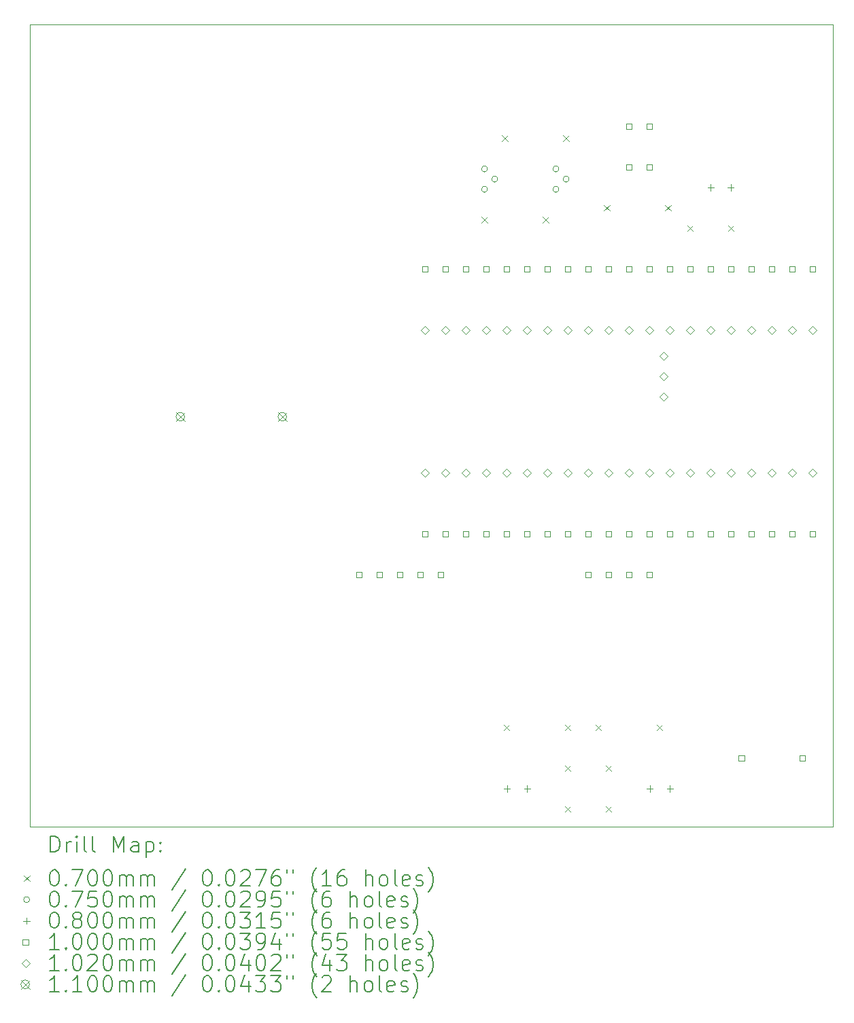
<source format=gbr>
%TF.GenerationSoftware,KiCad,Pcbnew,7.0.7*%
%TF.CreationDate,2023-09-14T12:10:46+02:00*%
%TF.ProjectId,pulsoximeter,70756c73-6f78-4696-9d65-7465722e6b69,rev?*%
%TF.SameCoordinates,Original*%
%TF.FileFunction,Drillmap*%
%TF.FilePolarity,Positive*%
%FSLAX45Y45*%
G04 Gerber Fmt 4.5, Leading zero omitted, Abs format (unit mm)*
G04 Created by KiCad (PCBNEW 7.0.7) date 2023-09-14 12:10:46*
%MOMM*%
%LPD*%
G01*
G04 APERTURE LIST*
%ADD10C,0.100000*%
%ADD11C,0.200000*%
%ADD12C,0.070000*%
%ADD13C,0.075000*%
%ADD14C,0.080000*%
%ADD15C,0.102000*%
%ADD16C,0.110000*%
G04 APERTURE END LIST*
D10*
X4224000Y-5080000D02*
X4224000Y-15080000D01*
X14224000Y-15080000D02*
X14224000Y-5080000D01*
X14224000Y-15080000D02*
X4224000Y-15080000D01*
X4224000Y-5080000D02*
X14224000Y-5080000D01*
D11*
D12*
X9848500Y-7480500D02*
X9918500Y-7550500D01*
X9918500Y-7480500D02*
X9848500Y-7550500D01*
X10102500Y-6464500D02*
X10172500Y-6534500D01*
X10172500Y-6464500D02*
X10102500Y-6534500D01*
X10125000Y-13808000D02*
X10195000Y-13878000D01*
X10195000Y-13808000D02*
X10125000Y-13878000D01*
X10610500Y-7480500D02*
X10680500Y-7550500D01*
X10680500Y-7480500D02*
X10610500Y-7550500D01*
X10864500Y-6464500D02*
X10934500Y-6534500D01*
X10934500Y-6464500D02*
X10864500Y-6534500D01*
X10887000Y-13808000D02*
X10957000Y-13878000D01*
X10957000Y-13808000D02*
X10887000Y-13878000D01*
X10887000Y-14316000D02*
X10957000Y-14386000D01*
X10957000Y-14316000D02*
X10887000Y-14386000D01*
X10887000Y-14824000D02*
X10957000Y-14894000D01*
X10957000Y-14824000D02*
X10887000Y-14894000D01*
X11268000Y-13808000D02*
X11338000Y-13878000D01*
X11338000Y-13808000D02*
X11268000Y-13878000D01*
X11372500Y-7331000D02*
X11442500Y-7401000D01*
X11442500Y-7331000D02*
X11372500Y-7401000D01*
X11395000Y-14316000D02*
X11465000Y-14386000D01*
X11465000Y-14316000D02*
X11395000Y-14386000D01*
X11395000Y-14824000D02*
X11465000Y-14894000D01*
X11465000Y-14824000D02*
X11395000Y-14894000D01*
X12030000Y-13808000D02*
X12100000Y-13878000D01*
X12100000Y-13808000D02*
X12030000Y-13878000D01*
X12134500Y-7331000D02*
X12204500Y-7401000D01*
X12204500Y-7331000D02*
X12134500Y-7401000D01*
X12411000Y-7585000D02*
X12481000Y-7655000D01*
X12481000Y-7585000D02*
X12411000Y-7655000D01*
X12919000Y-7585000D02*
X12989000Y-7655000D01*
X12989000Y-7585000D02*
X12919000Y-7655000D01*
D13*
X9921000Y-6880500D02*
G75*
G03*
X9921000Y-6880500I-37500J0D01*
G01*
X9921000Y-7134500D02*
G75*
G03*
X9921000Y-7134500I-37500J0D01*
G01*
X10048000Y-7007500D02*
G75*
G03*
X10048000Y-7007500I-37500J0D01*
G01*
X10810000Y-6880500D02*
G75*
G03*
X10810000Y-6880500I-37500J0D01*
G01*
X10810000Y-7134500D02*
G75*
G03*
X10810000Y-7134500I-37500J0D01*
G01*
X10937000Y-7007500D02*
G75*
G03*
X10937000Y-7007500I-37500J0D01*
G01*
D14*
X10164000Y-14565000D02*
X10164000Y-14645000D01*
X10124000Y-14605000D02*
X10204000Y-14605000D01*
X10414000Y-14565000D02*
X10414000Y-14645000D01*
X10374000Y-14605000D02*
X10454000Y-14605000D01*
X11942000Y-14565000D02*
X11942000Y-14645000D01*
X11902000Y-14605000D02*
X11982000Y-14605000D01*
X12192000Y-14565000D02*
X12192000Y-14645000D01*
X12152000Y-14605000D02*
X12232000Y-14605000D01*
X12700000Y-7072000D02*
X12700000Y-7152000D01*
X12660000Y-7112000D02*
X12740000Y-7112000D01*
X12950000Y-7072000D02*
X12950000Y-7152000D01*
X12910000Y-7112000D02*
X12990000Y-7112000D01*
D10*
X8353856Y-11973356D02*
X8353856Y-11902644D01*
X8283144Y-11902644D01*
X8283144Y-11973356D01*
X8353856Y-11973356D01*
X8607856Y-11973356D02*
X8607856Y-11902644D01*
X8537144Y-11902644D01*
X8537144Y-11973356D01*
X8607856Y-11973356D01*
X8861856Y-11973356D02*
X8861856Y-11902644D01*
X8791144Y-11902644D01*
X8791144Y-11973356D01*
X8861856Y-11973356D01*
X9115856Y-11973356D02*
X9115856Y-11902644D01*
X9045144Y-11902644D01*
X9045144Y-11973356D01*
X9115856Y-11973356D01*
X9179356Y-8163356D02*
X9179356Y-8092644D01*
X9108644Y-8092644D01*
X9108644Y-8163356D01*
X9179356Y-8163356D01*
X9179356Y-11465356D02*
X9179356Y-11394644D01*
X9108644Y-11394644D01*
X9108644Y-11465356D01*
X9179356Y-11465356D01*
X9369856Y-11973356D02*
X9369856Y-11902644D01*
X9299144Y-11902644D01*
X9299144Y-11973356D01*
X9369856Y-11973356D01*
X9433356Y-8163356D02*
X9433356Y-8092644D01*
X9362644Y-8092644D01*
X9362644Y-8163356D01*
X9433356Y-8163356D01*
X9433356Y-11465356D02*
X9433356Y-11394644D01*
X9362644Y-11394644D01*
X9362644Y-11465356D01*
X9433356Y-11465356D01*
X9687356Y-8163356D02*
X9687356Y-8092644D01*
X9616644Y-8092644D01*
X9616644Y-8163356D01*
X9687356Y-8163356D01*
X9687356Y-11465356D02*
X9687356Y-11394644D01*
X9616644Y-11394644D01*
X9616644Y-11465356D01*
X9687356Y-11465356D01*
X9941356Y-8163356D02*
X9941356Y-8092644D01*
X9870644Y-8092644D01*
X9870644Y-8163356D01*
X9941356Y-8163356D01*
X9941356Y-11465356D02*
X9941356Y-11394644D01*
X9870644Y-11394644D01*
X9870644Y-11465356D01*
X9941356Y-11465356D01*
X10195356Y-8163356D02*
X10195356Y-8092644D01*
X10124644Y-8092644D01*
X10124644Y-8163356D01*
X10195356Y-8163356D01*
X10195356Y-11465356D02*
X10195356Y-11394644D01*
X10124644Y-11394644D01*
X10124644Y-11465356D01*
X10195356Y-11465356D01*
X10449356Y-8163356D02*
X10449356Y-8092644D01*
X10378644Y-8092644D01*
X10378644Y-8163356D01*
X10449356Y-8163356D01*
X10449356Y-11465356D02*
X10449356Y-11394644D01*
X10378644Y-11394644D01*
X10378644Y-11465356D01*
X10449356Y-11465356D01*
X10703356Y-8163356D02*
X10703356Y-8092644D01*
X10632644Y-8092644D01*
X10632644Y-8163356D01*
X10703356Y-8163356D01*
X10703356Y-11465356D02*
X10703356Y-11394644D01*
X10632644Y-11394644D01*
X10632644Y-11465356D01*
X10703356Y-11465356D01*
X10957356Y-8163356D02*
X10957356Y-8092644D01*
X10886644Y-8092644D01*
X10886644Y-8163356D01*
X10957356Y-8163356D01*
X10957356Y-11465356D02*
X10957356Y-11394644D01*
X10886644Y-11394644D01*
X10886644Y-11465356D01*
X10957356Y-11465356D01*
X11211356Y-8163356D02*
X11211356Y-8092644D01*
X11140644Y-8092644D01*
X11140644Y-8163356D01*
X11211356Y-8163356D01*
X11211356Y-11465356D02*
X11211356Y-11394644D01*
X11140644Y-11394644D01*
X11140644Y-11465356D01*
X11211356Y-11465356D01*
X11211356Y-11973356D02*
X11211356Y-11902644D01*
X11140644Y-11902644D01*
X11140644Y-11973356D01*
X11211356Y-11973356D01*
X11465356Y-8163356D02*
X11465356Y-8092644D01*
X11394644Y-8092644D01*
X11394644Y-8163356D01*
X11465356Y-8163356D01*
X11465356Y-11465356D02*
X11465356Y-11394644D01*
X11394644Y-11394644D01*
X11394644Y-11465356D01*
X11465356Y-11465356D01*
X11465356Y-11973356D02*
X11465356Y-11902644D01*
X11394644Y-11902644D01*
X11394644Y-11973356D01*
X11465356Y-11973356D01*
X11719356Y-6385356D02*
X11719356Y-6314644D01*
X11648644Y-6314644D01*
X11648644Y-6385356D01*
X11719356Y-6385356D01*
X11719356Y-6893356D02*
X11719356Y-6822644D01*
X11648644Y-6822644D01*
X11648644Y-6893356D01*
X11719356Y-6893356D01*
X11719356Y-8163356D02*
X11719356Y-8092644D01*
X11648644Y-8092644D01*
X11648644Y-8163356D01*
X11719356Y-8163356D01*
X11719356Y-11465356D02*
X11719356Y-11394644D01*
X11648644Y-11394644D01*
X11648644Y-11465356D01*
X11719356Y-11465356D01*
X11719356Y-11973356D02*
X11719356Y-11902644D01*
X11648644Y-11902644D01*
X11648644Y-11973356D01*
X11719356Y-11973356D01*
X11973356Y-6385356D02*
X11973356Y-6314644D01*
X11902644Y-6314644D01*
X11902644Y-6385356D01*
X11973356Y-6385356D01*
X11973356Y-6893356D02*
X11973356Y-6822644D01*
X11902644Y-6822644D01*
X11902644Y-6893356D01*
X11973356Y-6893356D01*
X11973356Y-8163356D02*
X11973356Y-8092644D01*
X11902644Y-8092644D01*
X11902644Y-8163356D01*
X11973356Y-8163356D01*
X11973356Y-11465356D02*
X11973356Y-11394644D01*
X11902644Y-11394644D01*
X11902644Y-11465356D01*
X11973356Y-11465356D01*
X11973356Y-11973356D02*
X11973356Y-11902644D01*
X11902644Y-11902644D01*
X11902644Y-11973356D01*
X11973356Y-11973356D01*
X12227356Y-8163356D02*
X12227356Y-8092644D01*
X12156644Y-8092644D01*
X12156644Y-8163356D01*
X12227356Y-8163356D01*
X12227356Y-11465356D02*
X12227356Y-11394644D01*
X12156644Y-11394644D01*
X12156644Y-11465356D01*
X12227356Y-11465356D01*
X12481356Y-8163356D02*
X12481356Y-8092644D01*
X12410644Y-8092644D01*
X12410644Y-8163356D01*
X12481356Y-8163356D01*
X12481356Y-11465356D02*
X12481356Y-11394644D01*
X12410644Y-11394644D01*
X12410644Y-11465356D01*
X12481356Y-11465356D01*
X12735356Y-8163356D02*
X12735356Y-8092644D01*
X12664644Y-8092644D01*
X12664644Y-8163356D01*
X12735356Y-8163356D01*
X12735356Y-11465356D02*
X12735356Y-11394644D01*
X12664644Y-11394644D01*
X12664644Y-11465356D01*
X12735356Y-11465356D01*
X12989356Y-8163356D02*
X12989356Y-8092644D01*
X12918644Y-8092644D01*
X12918644Y-8163356D01*
X12989356Y-8163356D01*
X12989356Y-11465356D02*
X12989356Y-11394644D01*
X12918644Y-11394644D01*
X12918644Y-11465356D01*
X12989356Y-11465356D01*
X13117356Y-14259356D02*
X13117356Y-14188644D01*
X13046644Y-14188644D01*
X13046644Y-14259356D01*
X13117356Y-14259356D01*
X13243356Y-8163356D02*
X13243356Y-8092644D01*
X13172644Y-8092644D01*
X13172644Y-8163356D01*
X13243356Y-8163356D01*
X13243356Y-11465356D02*
X13243356Y-11394644D01*
X13172644Y-11394644D01*
X13172644Y-11465356D01*
X13243356Y-11465356D01*
X13497356Y-8163356D02*
X13497356Y-8092644D01*
X13426644Y-8092644D01*
X13426644Y-8163356D01*
X13497356Y-8163356D01*
X13497356Y-11465356D02*
X13497356Y-11394644D01*
X13426644Y-11394644D01*
X13426644Y-11465356D01*
X13497356Y-11465356D01*
X13751356Y-8163356D02*
X13751356Y-8092644D01*
X13680644Y-8092644D01*
X13680644Y-8163356D01*
X13751356Y-8163356D01*
X13751356Y-11465356D02*
X13751356Y-11394644D01*
X13680644Y-11394644D01*
X13680644Y-11465356D01*
X13751356Y-11465356D01*
X13877356Y-14259356D02*
X13877356Y-14188644D01*
X13806644Y-14188644D01*
X13806644Y-14259356D01*
X13877356Y-14259356D01*
X14005356Y-8163356D02*
X14005356Y-8092644D01*
X13934644Y-8092644D01*
X13934644Y-8163356D01*
X14005356Y-8163356D01*
X14005356Y-11465356D02*
X14005356Y-11394644D01*
X13934644Y-11394644D01*
X13934644Y-11465356D01*
X14005356Y-11465356D01*
D15*
X9144000Y-8941000D02*
X9195000Y-8890000D01*
X9144000Y-8839000D01*
X9093000Y-8890000D01*
X9144000Y-8941000D01*
X9144000Y-10719000D02*
X9195000Y-10668000D01*
X9144000Y-10617000D01*
X9093000Y-10668000D01*
X9144000Y-10719000D01*
X9398000Y-8941000D02*
X9449000Y-8890000D01*
X9398000Y-8839000D01*
X9347000Y-8890000D01*
X9398000Y-8941000D01*
X9398000Y-10719000D02*
X9449000Y-10668000D01*
X9398000Y-10617000D01*
X9347000Y-10668000D01*
X9398000Y-10719000D01*
X9652000Y-8941000D02*
X9703000Y-8890000D01*
X9652000Y-8839000D01*
X9601000Y-8890000D01*
X9652000Y-8941000D01*
X9652000Y-10719000D02*
X9703000Y-10668000D01*
X9652000Y-10617000D01*
X9601000Y-10668000D01*
X9652000Y-10719000D01*
X9906000Y-8941000D02*
X9957000Y-8890000D01*
X9906000Y-8839000D01*
X9855000Y-8890000D01*
X9906000Y-8941000D01*
X9906000Y-10719000D02*
X9957000Y-10668000D01*
X9906000Y-10617000D01*
X9855000Y-10668000D01*
X9906000Y-10719000D01*
X10160000Y-8941000D02*
X10211000Y-8890000D01*
X10160000Y-8839000D01*
X10109000Y-8890000D01*
X10160000Y-8941000D01*
X10160000Y-10719000D02*
X10211000Y-10668000D01*
X10160000Y-10617000D01*
X10109000Y-10668000D01*
X10160000Y-10719000D01*
X10414000Y-8941000D02*
X10465000Y-8890000D01*
X10414000Y-8839000D01*
X10363000Y-8890000D01*
X10414000Y-8941000D01*
X10414000Y-10719000D02*
X10465000Y-10668000D01*
X10414000Y-10617000D01*
X10363000Y-10668000D01*
X10414000Y-10719000D01*
X10668000Y-8941000D02*
X10719000Y-8890000D01*
X10668000Y-8839000D01*
X10617000Y-8890000D01*
X10668000Y-8941000D01*
X10668000Y-10719000D02*
X10719000Y-10668000D01*
X10668000Y-10617000D01*
X10617000Y-10668000D01*
X10668000Y-10719000D01*
X10922000Y-8941000D02*
X10973000Y-8890000D01*
X10922000Y-8839000D01*
X10871000Y-8890000D01*
X10922000Y-8941000D01*
X10922000Y-10719000D02*
X10973000Y-10668000D01*
X10922000Y-10617000D01*
X10871000Y-10668000D01*
X10922000Y-10719000D01*
X11176000Y-8941000D02*
X11227000Y-8890000D01*
X11176000Y-8839000D01*
X11125000Y-8890000D01*
X11176000Y-8941000D01*
X11176000Y-10719000D02*
X11227000Y-10668000D01*
X11176000Y-10617000D01*
X11125000Y-10668000D01*
X11176000Y-10719000D01*
X11430000Y-8941000D02*
X11481000Y-8890000D01*
X11430000Y-8839000D01*
X11379000Y-8890000D01*
X11430000Y-8941000D01*
X11430000Y-10719000D02*
X11481000Y-10668000D01*
X11430000Y-10617000D01*
X11379000Y-10668000D01*
X11430000Y-10719000D01*
X11684000Y-8941000D02*
X11735000Y-8890000D01*
X11684000Y-8839000D01*
X11633000Y-8890000D01*
X11684000Y-8941000D01*
X11684000Y-10719000D02*
X11735000Y-10668000D01*
X11684000Y-10617000D01*
X11633000Y-10668000D01*
X11684000Y-10719000D01*
X11938000Y-8941000D02*
X11989000Y-8890000D01*
X11938000Y-8839000D01*
X11887000Y-8890000D01*
X11938000Y-8941000D01*
X11938000Y-10719000D02*
X11989000Y-10668000D01*
X11938000Y-10617000D01*
X11887000Y-10668000D01*
X11938000Y-10719000D01*
X12117000Y-9263590D02*
X12168000Y-9212590D01*
X12117000Y-9161590D01*
X12066000Y-9212590D01*
X12117000Y-9263590D01*
X12117000Y-9517590D02*
X12168000Y-9466590D01*
X12117000Y-9415590D01*
X12066000Y-9466590D01*
X12117000Y-9517590D01*
X12117000Y-9771590D02*
X12168000Y-9720590D01*
X12117000Y-9669590D01*
X12066000Y-9720590D01*
X12117000Y-9771590D01*
X12192000Y-8941000D02*
X12243000Y-8890000D01*
X12192000Y-8839000D01*
X12141000Y-8890000D01*
X12192000Y-8941000D01*
X12192000Y-10719000D02*
X12243000Y-10668000D01*
X12192000Y-10617000D01*
X12141000Y-10668000D01*
X12192000Y-10719000D01*
X12446000Y-8941000D02*
X12497000Y-8890000D01*
X12446000Y-8839000D01*
X12395000Y-8890000D01*
X12446000Y-8941000D01*
X12446000Y-10719000D02*
X12497000Y-10668000D01*
X12446000Y-10617000D01*
X12395000Y-10668000D01*
X12446000Y-10719000D01*
X12700000Y-8941000D02*
X12751000Y-8890000D01*
X12700000Y-8839000D01*
X12649000Y-8890000D01*
X12700000Y-8941000D01*
X12700000Y-10719000D02*
X12751000Y-10668000D01*
X12700000Y-10617000D01*
X12649000Y-10668000D01*
X12700000Y-10719000D01*
X12954000Y-8941000D02*
X13005000Y-8890000D01*
X12954000Y-8839000D01*
X12903000Y-8890000D01*
X12954000Y-8941000D01*
X12954000Y-10719000D02*
X13005000Y-10668000D01*
X12954000Y-10617000D01*
X12903000Y-10668000D01*
X12954000Y-10719000D01*
X13208000Y-8941000D02*
X13259000Y-8890000D01*
X13208000Y-8839000D01*
X13157000Y-8890000D01*
X13208000Y-8941000D01*
X13208000Y-10719000D02*
X13259000Y-10668000D01*
X13208000Y-10617000D01*
X13157000Y-10668000D01*
X13208000Y-10719000D01*
X13462000Y-8941000D02*
X13513000Y-8890000D01*
X13462000Y-8839000D01*
X13411000Y-8890000D01*
X13462000Y-8941000D01*
X13462000Y-10719000D02*
X13513000Y-10668000D01*
X13462000Y-10617000D01*
X13411000Y-10668000D01*
X13462000Y-10719000D01*
X13716000Y-8941000D02*
X13767000Y-8890000D01*
X13716000Y-8839000D01*
X13665000Y-8890000D01*
X13716000Y-8941000D01*
X13716000Y-10719000D02*
X13767000Y-10668000D01*
X13716000Y-10617000D01*
X13665000Y-10668000D01*
X13716000Y-10719000D01*
X13970000Y-8941000D02*
X14021000Y-8890000D01*
X13970000Y-8839000D01*
X13919000Y-8890000D01*
X13970000Y-8941000D01*
X13970000Y-10719000D02*
X14021000Y-10668000D01*
X13970000Y-10617000D01*
X13919000Y-10668000D01*
X13970000Y-10719000D01*
D16*
X6041000Y-9914500D02*
X6151000Y-10024500D01*
X6151000Y-9914500D02*
X6041000Y-10024500D01*
X6151000Y-9969500D02*
G75*
G03*
X6151000Y-9969500I-55000J0D01*
G01*
X7311000Y-9914500D02*
X7421000Y-10024500D01*
X7421000Y-9914500D02*
X7311000Y-10024500D01*
X7421000Y-9969500D02*
G75*
G03*
X7421000Y-9969500I-55000J0D01*
G01*
D11*
X4479777Y-15396484D02*
X4479777Y-15196484D01*
X4479777Y-15196484D02*
X4527396Y-15196484D01*
X4527396Y-15196484D02*
X4555967Y-15206008D01*
X4555967Y-15206008D02*
X4575015Y-15225055D01*
X4575015Y-15225055D02*
X4584539Y-15244103D01*
X4584539Y-15244103D02*
X4594063Y-15282198D01*
X4594063Y-15282198D02*
X4594063Y-15310769D01*
X4594063Y-15310769D02*
X4584539Y-15348865D01*
X4584539Y-15348865D02*
X4575015Y-15367912D01*
X4575015Y-15367912D02*
X4555967Y-15386960D01*
X4555967Y-15386960D02*
X4527396Y-15396484D01*
X4527396Y-15396484D02*
X4479777Y-15396484D01*
X4679777Y-15396484D02*
X4679777Y-15263150D01*
X4679777Y-15301246D02*
X4689301Y-15282198D01*
X4689301Y-15282198D02*
X4698824Y-15272674D01*
X4698824Y-15272674D02*
X4717872Y-15263150D01*
X4717872Y-15263150D02*
X4736920Y-15263150D01*
X4803586Y-15396484D02*
X4803586Y-15263150D01*
X4803586Y-15196484D02*
X4794063Y-15206008D01*
X4794063Y-15206008D02*
X4803586Y-15215531D01*
X4803586Y-15215531D02*
X4813110Y-15206008D01*
X4813110Y-15206008D02*
X4803586Y-15196484D01*
X4803586Y-15196484D02*
X4803586Y-15215531D01*
X4927396Y-15396484D02*
X4908348Y-15386960D01*
X4908348Y-15386960D02*
X4898824Y-15367912D01*
X4898824Y-15367912D02*
X4898824Y-15196484D01*
X5032158Y-15396484D02*
X5013110Y-15386960D01*
X5013110Y-15386960D02*
X5003586Y-15367912D01*
X5003586Y-15367912D02*
X5003586Y-15196484D01*
X5260729Y-15396484D02*
X5260729Y-15196484D01*
X5260729Y-15196484D02*
X5327396Y-15339341D01*
X5327396Y-15339341D02*
X5394063Y-15196484D01*
X5394063Y-15196484D02*
X5394063Y-15396484D01*
X5575015Y-15396484D02*
X5575015Y-15291722D01*
X5575015Y-15291722D02*
X5565491Y-15272674D01*
X5565491Y-15272674D02*
X5546444Y-15263150D01*
X5546444Y-15263150D02*
X5508348Y-15263150D01*
X5508348Y-15263150D02*
X5489301Y-15272674D01*
X5575015Y-15386960D02*
X5555967Y-15396484D01*
X5555967Y-15396484D02*
X5508348Y-15396484D01*
X5508348Y-15396484D02*
X5489301Y-15386960D01*
X5489301Y-15386960D02*
X5479777Y-15367912D01*
X5479777Y-15367912D02*
X5479777Y-15348865D01*
X5479777Y-15348865D02*
X5489301Y-15329817D01*
X5489301Y-15329817D02*
X5508348Y-15320293D01*
X5508348Y-15320293D02*
X5555967Y-15320293D01*
X5555967Y-15320293D02*
X5575015Y-15310769D01*
X5670253Y-15263150D02*
X5670253Y-15463150D01*
X5670253Y-15272674D02*
X5689301Y-15263150D01*
X5689301Y-15263150D02*
X5727396Y-15263150D01*
X5727396Y-15263150D02*
X5746443Y-15272674D01*
X5746443Y-15272674D02*
X5755967Y-15282198D01*
X5755967Y-15282198D02*
X5765491Y-15301246D01*
X5765491Y-15301246D02*
X5765491Y-15358388D01*
X5765491Y-15358388D02*
X5755967Y-15377436D01*
X5755967Y-15377436D02*
X5746443Y-15386960D01*
X5746443Y-15386960D02*
X5727396Y-15396484D01*
X5727396Y-15396484D02*
X5689301Y-15396484D01*
X5689301Y-15396484D02*
X5670253Y-15386960D01*
X5851205Y-15377436D02*
X5860729Y-15386960D01*
X5860729Y-15386960D02*
X5851205Y-15396484D01*
X5851205Y-15396484D02*
X5841682Y-15386960D01*
X5841682Y-15386960D02*
X5851205Y-15377436D01*
X5851205Y-15377436D02*
X5851205Y-15396484D01*
X5851205Y-15272674D02*
X5860729Y-15282198D01*
X5860729Y-15282198D02*
X5851205Y-15291722D01*
X5851205Y-15291722D02*
X5841682Y-15282198D01*
X5841682Y-15282198D02*
X5851205Y-15272674D01*
X5851205Y-15272674D02*
X5851205Y-15291722D01*
D12*
X4149000Y-15690000D02*
X4219000Y-15760000D01*
X4219000Y-15690000D02*
X4149000Y-15760000D01*
D11*
X4517872Y-15616484D02*
X4536920Y-15616484D01*
X4536920Y-15616484D02*
X4555967Y-15626008D01*
X4555967Y-15626008D02*
X4565491Y-15635531D01*
X4565491Y-15635531D02*
X4575015Y-15654579D01*
X4575015Y-15654579D02*
X4584539Y-15692674D01*
X4584539Y-15692674D02*
X4584539Y-15740293D01*
X4584539Y-15740293D02*
X4575015Y-15778388D01*
X4575015Y-15778388D02*
X4565491Y-15797436D01*
X4565491Y-15797436D02*
X4555967Y-15806960D01*
X4555967Y-15806960D02*
X4536920Y-15816484D01*
X4536920Y-15816484D02*
X4517872Y-15816484D01*
X4517872Y-15816484D02*
X4498824Y-15806960D01*
X4498824Y-15806960D02*
X4489301Y-15797436D01*
X4489301Y-15797436D02*
X4479777Y-15778388D01*
X4479777Y-15778388D02*
X4470253Y-15740293D01*
X4470253Y-15740293D02*
X4470253Y-15692674D01*
X4470253Y-15692674D02*
X4479777Y-15654579D01*
X4479777Y-15654579D02*
X4489301Y-15635531D01*
X4489301Y-15635531D02*
X4498824Y-15626008D01*
X4498824Y-15626008D02*
X4517872Y-15616484D01*
X4670253Y-15797436D02*
X4679777Y-15806960D01*
X4679777Y-15806960D02*
X4670253Y-15816484D01*
X4670253Y-15816484D02*
X4660729Y-15806960D01*
X4660729Y-15806960D02*
X4670253Y-15797436D01*
X4670253Y-15797436D02*
X4670253Y-15816484D01*
X4746444Y-15616484D02*
X4879777Y-15616484D01*
X4879777Y-15616484D02*
X4794063Y-15816484D01*
X4994063Y-15616484D02*
X5013110Y-15616484D01*
X5013110Y-15616484D02*
X5032158Y-15626008D01*
X5032158Y-15626008D02*
X5041682Y-15635531D01*
X5041682Y-15635531D02*
X5051205Y-15654579D01*
X5051205Y-15654579D02*
X5060729Y-15692674D01*
X5060729Y-15692674D02*
X5060729Y-15740293D01*
X5060729Y-15740293D02*
X5051205Y-15778388D01*
X5051205Y-15778388D02*
X5041682Y-15797436D01*
X5041682Y-15797436D02*
X5032158Y-15806960D01*
X5032158Y-15806960D02*
X5013110Y-15816484D01*
X5013110Y-15816484D02*
X4994063Y-15816484D01*
X4994063Y-15816484D02*
X4975015Y-15806960D01*
X4975015Y-15806960D02*
X4965491Y-15797436D01*
X4965491Y-15797436D02*
X4955967Y-15778388D01*
X4955967Y-15778388D02*
X4946444Y-15740293D01*
X4946444Y-15740293D02*
X4946444Y-15692674D01*
X4946444Y-15692674D02*
X4955967Y-15654579D01*
X4955967Y-15654579D02*
X4965491Y-15635531D01*
X4965491Y-15635531D02*
X4975015Y-15626008D01*
X4975015Y-15626008D02*
X4994063Y-15616484D01*
X5184539Y-15616484D02*
X5203586Y-15616484D01*
X5203586Y-15616484D02*
X5222634Y-15626008D01*
X5222634Y-15626008D02*
X5232158Y-15635531D01*
X5232158Y-15635531D02*
X5241682Y-15654579D01*
X5241682Y-15654579D02*
X5251205Y-15692674D01*
X5251205Y-15692674D02*
X5251205Y-15740293D01*
X5251205Y-15740293D02*
X5241682Y-15778388D01*
X5241682Y-15778388D02*
X5232158Y-15797436D01*
X5232158Y-15797436D02*
X5222634Y-15806960D01*
X5222634Y-15806960D02*
X5203586Y-15816484D01*
X5203586Y-15816484D02*
X5184539Y-15816484D01*
X5184539Y-15816484D02*
X5165491Y-15806960D01*
X5165491Y-15806960D02*
X5155967Y-15797436D01*
X5155967Y-15797436D02*
X5146444Y-15778388D01*
X5146444Y-15778388D02*
X5136920Y-15740293D01*
X5136920Y-15740293D02*
X5136920Y-15692674D01*
X5136920Y-15692674D02*
X5146444Y-15654579D01*
X5146444Y-15654579D02*
X5155967Y-15635531D01*
X5155967Y-15635531D02*
X5165491Y-15626008D01*
X5165491Y-15626008D02*
X5184539Y-15616484D01*
X5336920Y-15816484D02*
X5336920Y-15683150D01*
X5336920Y-15702198D02*
X5346444Y-15692674D01*
X5346444Y-15692674D02*
X5365491Y-15683150D01*
X5365491Y-15683150D02*
X5394063Y-15683150D01*
X5394063Y-15683150D02*
X5413110Y-15692674D01*
X5413110Y-15692674D02*
X5422634Y-15711722D01*
X5422634Y-15711722D02*
X5422634Y-15816484D01*
X5422634Y-15711722D02*
X5432158Y-15692674D01*
X5432158Y-15692674D02*
X5451205Y-15683150D01*
X5451205Y-15683150D02*
X5479777Y-15683150D01*
X5479777Y-15683150D02*
X5498825Y-15692674D01*
X5498825Y-15692674D02*
X5508348Y-15711722D01*
X5508348Y-15711722D02*
X5508348Y-15816484D01*
X5603586Y-15816484D02*
X5603586Y-15683150D01*
X5603586Y-15702198D02*
X5613110Y-15692674D01*
X5613110Y-15692674D02*
X5632158Y-15683150D01*
X5632158Y-15683150D02*
X5660729Y-15683150D01*
X5660729Y-15683150D02*
X5679777Y-15692674D01*
X5679777Y-15692674D02*
X5689301Y-15711722D01*
X5689301Y-15711722D02*
X5689301Y-15816484D01*
X5689301Y-15711722D02*
X5698824Y-15692674D01*
X5698824Y-15692674D02*
X5717872Y-15683150D01*
X5717872Y-15683150D02*
X5746443Y-15683150D01*
X5746443Y-15683150D02*
X5765491Y-15692674D01*
X5765491Y-15692674D02*
X5775015Y-15711722D01*
X5775015Y-15711722D02*
X5775015Y-15816484D01*
X6165491Y-15606960D02*
X5994063Y-15864103D01*
X6422634Y-15616484D02*
X6441682Y-15616484D01*
X6441682Y-15616484D02*
X6460729Y-15626008D01*
X6460729Y-15626008D02*
X6470253Y-15635531D01*
X6470253Y-15635531D02*
X6479777Y-15654579D01*
X6479777Y-15654579D02*
X6489301Y-15692674D01*
X6489301Y-15692674D02*
X6489301Y-15740293D01*
X6489301Y-15740293D02*
X6479777Y-15778388D01*
X6479777Y-15778388D02*
X6470253Y-15797436D01*
X6470253Y-15797436D02*
X6460729Y-15806960D01*
X6460729Y-15806960D02*
X6441682Y-15816484D01*
X6441682Y-15816484D02*
X6422634Y-15816484D01*
X6422634Y-15816484D02*
X6403586Y-15806960D01*
X6403586Y-15806960D02*
X6394063Y-15797436D01*
X6394063Y-15797436D02*
X6384539Y-15778388D01*
X6384539Y-15778388D02*
X6375015Y-15740293D01*
X6375015Y-15740293D02*
X6375015Y-15692674D01*
X6375015Y-15692674D02*
X6384539Y-15654579D01*
X6384539Y-15654579D02*
X6394063Y-15635531D01*
X6394063Y-15635531D02*
X6403586Y-15626008D01*
X6403586Y-15626008D02*
X6422634Y-15616484D01*
X6575015Y-15797436D02*
X6584539Y-15806960D01*
X6584539Y-15806960D02*
X6575015Y-15816484D01*
X6575015Y-15816484D02*
X6565491Y-15806960D01*
X6565491Y-15806960D02*
X6575015Y-15797436D01*
X6575015Y-15797436D02*
X6575015Y-15816484D01*
X6708348Y-15616484D02*
X6727396Y-15616484D01*
X6727396Y-15616484D02*
X6746444Y-15626008D01*
X6746444Y-15626008D02*
X6755967Y-15635531D01*
X6755967Y-15635531D02*
X6765491Y-15654579D01*
X6765491Y-15654579D02*
X6775015Y-15692674D01*
X6775015Y-15692674D02*
X6775015Y-15740293D01*
X6775015Y-15740293D02*
X6765491Y-15778388D01*
X6765491Y-15778388D02*
X6755967Y-15797436D01*
X6755967Y-15797436D02*
X6746444Y-15806960D01*
X6746444Y-15806960D02*
X6727396Y-15816484D01*
X6727396Y-15816484D02*
X6708348Y-15816484D01*
X6708348Y-15816484D02*
X6689301Y-15806960D01*
X6689301Y-15806960D02*
X6679777Y-15797436D01*
X6679777Y-15797436D02*
X6670253Y-15778388D01*
X6670253Y-15778388D02*
X6660729Y-15740293D01*
X6660729Y-15740293D02*
X6660729Y-15692674D01*
X6660729Y-15692674D02*
X6670253Y-15654579D01*
X6670253Y-15654579D02*
X6679777Y-15635531D01*
X6679777Y-15635531D02*
X6689301Y-15626008D01*
X6689301Y-15626008D02*
X6708348Y-15616484D01*
X6851206Y-15635531D02*
X6860729Y-15626008D01*
X6860729Y-15626008D02*
X6879777Y-15616484D01*
X6879777Y-15616484D02*
X6927396Y-15616484D01*
X6927396Y-15616484D02*
X6946444Y-15626008D01*
X6946444Y-15626008D02*
X6955967Y-15635531D01*
X6955967Y-15635531D02*
X6965491Y-15654579D01*
X6965491Y-15654579D02*
X6965491Y-15673627D01*
X6965491Y-15673627D02*
X6955967Y-15702198D01*
X6955967Y-15702198D02*
X6841682Y-15816484D01*
X6841682Y-15816484D02*
X6965491Y-15816484D01*
X7032158Y-15616484D02*
X7165491Y-15616484D01*
X7165491Y-15616484D02*
X7079777Y-15816484D01*
X7327396Y-15616484D02*
X7289301Y-15616484D01*
X7289301Y-15616484D02*
X7270253Y-15626008D01*
X7270253Y-15626008D02*
X7260729Y-15635531D01*
X7260729Y-15635531D02*
X7241682Y-15664103D01*
X7241682Y-15664103D02*
X7232158Y-15702198D01*
X7232158Y-15702198D02*
X7232158Y-15778388D01*
X7232158Y-15778388D02*
X7241682Y-15797436D01*
X7241682Y-15797436D02*
X7251206Y-15806960D01*
X7251206Y-15806960D02*
X7270253Y-15816484D01*
X7270253Y-15816484D02*
X7308348Y-15816484D01*
X7308348Y-15816484D02*
X7327396Y-15806960D01*
X7327396Y-15806960D02*
X7336920Y-15797436D01*
X7336920Y-15797436D02*
X7346444Y-15778388D01*
X7346444Y-15778388D02*
X7346444Y-15730769D01*
X7346444Y-15730769D02*
X7336920Y-15711722D01*
X7336920Y-15711722D02*
X7327396Y-15702198D01*
X7327396Y-15702198D02*
X7308348Y-15692674D01*
X7308348Y-15692674D02*
X7270253Y-15692674D01*
X7270253Y-15692674D02*
X7251206Y-15702198D01*
X7251206Y-15702198D02*
X7241682Y-15711722D01*
X7241682Y-15711722D02*
X7232158Y-15730769D01*
X7422634Y-15616484D02*
X7422634Y-15654579D01*
X7498825Y-15616484D02*
X7498825Y-15654579D01*
X7794063Y-15892674D02*
X7784539Y-15883150D01*
X7784539Y-15883150D02*
X7765491Y-15854579D01*
X7765491Y-15854579D02*
X7755968Y-15835531D01*
X7755968Y-15835531D02*
X7746444Y-15806960D01*
X7746444Y-15806960D02*
X7736920Y-15759341D01*
X7736920Y-15759341D02*
X7736920Y-15721246D01*
X7736920Y-15721246D02*
X7746444Y-15673627D01*
X7746444Y-15673627D02*
X7755968Y-15645055D01*
X7755968Y-15645055D02*
X7765491Y-15626008D01*
X7765491Y-15626008D02*
X7784539Y-15597436D01*
X7784539Y-15597436D02*
X7794063Y-15587912D01*
X7975015Y-15816484D02*
X7860729Y-15816484D01*
X7917872Y-15816484D02*
X7917872Y-15616484D01*
X7917872Y-15616484D02*
X7898825Y-15645055D01*
X7898825Y-15645055D02*
X7879777Y-15664103D01*
X7879777Y-15664103D02*
X7860729Y-15673627D01*
X8146444Y-15616484D02*
X8108348Y-15616484D01*
X8108348Y-15616484D02*
X8089301Y-15626008D01*
X8089301Y-15626008D02*
X8079777Y-15635531D01*
X8079777Y-15635531D02*
X8060729Y-15664103D01*
X8060729Y-15664103D02*
X8051206Y-15702198D01*
X8051206Y-15702198D02*
X8051206Y-15778388D01*
X8051206Y-15778388D02*
X8060729Y-15797436D01*
X8060729Y-15797436D02*
X8070253Y-15806960D01*
X8070253Y-15806960D02*
X8089301Y-15816484D01*
X8089301Y-15816484D02*
X8127396Y-15816484D01*
X8127396Y-15816484D02*
X8146444Y-15806960D01*
X8146444Y-15806960D02*
X8155968Y-15797436D01*
X8155968Y-15797436D02*
X8165491Y-15778388D01*
X8165491Y-15778388D02*
X8165491Y-15730769D01*
X8165491Y-15730769D02*
X8155968Y-15711722D01*
X8155968Y-15711722D02*
X8146444Y-15702198D01*
X8146444Y-15702198D02*
X8127396Y-15692674D01*
X8127396Y-15692674D02*
X8089301Y-15692674D01*
X8089301Y-15692674D02*
X8070253Y-15702198D01*
X8070253Y-15702198D02*
X8060729Y-15711722D01*
X8060729Y-15711722D02*
X8051206Y-15730769D01*
X8403587Y-15816484D02*
X8403587Y-15616484D01*
X8489301Y-15816484D02*
X8489301Y-15711722D01*
X8489301Y-15711722D02*
X8479777Y-15692674D01*
X8479777Y-15692674D02*
X8460730Y-15683150D01*
X8460730Y-15683150D02*
X8432158Y-15683150D01*
X8432158Y-15683150D02*
X8413111Y-15692674D01*
X8413111Y-15692674D02*
X8403587Y-15702198D01*
X8613111Y-15816484D02*
X8594063Y-15806960D01*
X8594063Y-15806960D02*
X8584539Y-15797436D01*
X8584539Y-15797436D02*
X8575015Y-15778388D01*
X8575015Y-15778388D02*
X8575015Y-15721246D01*
X8575015Y-15721246D02*
X8584539Y-15702198D01*
X8584539Y-15702198D02*
X8594063Y-15692674D01*
X8594063Y-15692674D02*
X8613111Y-15683150D01*
X8613111Y-15683150D02*
X8641682Y-15683150D01*
X8641682Y-15683150D02*
X8660730Y-15692674D01*
X8660730Y-15692674D02*
X8670253Y-15702198D01*
X8670253Y-15702198D02*
X8679777Y-15721246D01*
X8679777Y-15721246D02*
X8679777Y-15778388D01*
X8679777Y-15778388D02*
X8670253Y-15797436D01*
X8670253Y-15797436D02*
X8660730Y-15806960D01*
X8660730Y-15806960D02*
X8641682Y-15816484D01*
X8641682Y-15816484D02*
X8613111Y-15816484D01*
X8794063Y-15816484D02*
X8775015Y-15806960D01*
X8775015Y-15806960D02*
X8765492Y-15787912D01*
X8765492Y-15787912D02*
X8765492Y-15616484D01*
X8946444Y-15806960D02*
X8927396Y-15816484D01*
X8927396Y-15816484D02*
X8889301Y-15816484D01*
X8889301Y-15816484D02*
X8870253Y-15806960D01*
X8870253Y-15806960D02*
X8860730Y-15787912D01*
X8860730Y-15787912D02*
X8860730Y-15711722D01*
X8860730Y-15711722D02*
X8870253Y-15692674D01*
X8870253Y-15692674D02*
X8889301Y-15683150D01*
X8889301Y-15683150D02*
X8927396Y-15683150D01*
X8927396Y-15683150D02*
X8946444Y-15692674D01*
X8946444Y-15692674D02*
X8955968Y-15711722D01*
X8955968Y-15711722D02*
X8955968Y-15730769D01*
X8955968Y-15730769D02*
X8860730Y-15749817D01*
X9032158Y-15806960D02*
X9051206Y-15816484D01*
X9051206Y-15816484D02*
X9089301Y-15816484D01*
X9089301Y-15816484D02*
X9108349Y-15806960D01*
X9108349Y-15806960D02*
X9117873Y-15787912D01*
X9117873Y-15787912D02*
X9117873Y-15778388D01*
X9117873Y-15778388D02*
X9108349Y-15759341D01*
X9108349Y-15759341D02*
X9089301Y-15749817D01*
X9089301Y-15749817D02*
X9060730Y-15749817D01*
X9060730Y-15749817D02*
X9041682Y-15740293D01*
X9041682Y-15740293D02*
X9032158Y-15721246D01*
X9032158Y-15721246D02*
X9032158Y-15711722D01*
X9032158Y-15711722D02*
X9041682Y-15692674D01*
X9041682Y-15692674D02*
X9060730Y-15683150D01*
X9060730Y-15683150D02*
X9089301Y-15683150D01*
X9089301Y-15683150D02*
X9108349Y-15692674D01*
X9184539Y-15892674D02*
X9194063Y-15883150D01*
X9194063Y-15883150D02*
X9213111Y-15854579D01*
X9213111Y-15854579D02*
X9222634Y-15835531D01*
X9222634Y-15835531D02*
X9232158Y-15806960D01*
X9232158Y-15806960D02*
X9241682Y-15759341D01*
X9241682Y-15759341D02*
X9241682Y-15721246D01*
X9241682Y-15721246D02*
X9232158Y-15673627D01*
X9232158Y-15673627D02*
X9222634Y-15645055D01*
X9222634Y-15645055D02*
X9213111Y-15626008D01*
X9213111Y-15626008D02*
X9194063Y-15597436D01*
X9194063Y-15597436D02*
X9184539Y-15587912D01*
D13*
X4219000Y-15989000D02*
G75*
G03*
X4219000Y-15989000I-37500J0D01*
G01*
D11*
X4517872Y-15880484D02*
X4536920Y-15880484D01*
X4536920Y-15880484D02*
X4555967Y-15890008D01*
X4555967Y-15890008D02*
X4565491Y-15899531D01*
X4565491Y-15899531D02*
X4575015Y-15918579D01*
X4575015Y-15918579D02*
X4584539Y-15956674D01*
X4584539Y-15956674D02*
X4584539Y-16004293D01*
X4584539Y-16004293D02*
X4575015Y-16042388D01*
X4575015Y-16042388D02*
X4565491Y-16061436D01*
X4565491Y-16061436D02*
X4555967Y-16070960D01*
X4555967Y-16070960D02*
X4536920Y-16080484D01*
X4536920Y-16080484D02*
X4517872Y-16080484D01*
X4517872Y-16080484D02*
X4498824Y-16070960D01*
X4498824Y-16070960D02*
X4489301Y-16061436D01*
X4489301Y-16061436D02*
X4479777Y-16042388D01*
X4479777Y-16042388D02*
X4470253Y-16004293D01*
X4470253Y-16004293D02*
X4470253Y-15956674D01*
X4470253Y-15956674D02*
X4479777Y-15918579D01*
X4479777Y-15918579D02*
X4489301Y-15899531D01*
X4489301Y-15899531D02*
X4498824Y-15890008D01*
X4498824Y-15890008D02*
X4517872Y-15880484D01*
X4670253Y-16061436D02*
X4679777Y-16070960D01*
X4679777Y-16070960D02*
X4670253Y-16080484D01*
X4670253Y-16080484D02*
X4660729Y-16070960D01*
X4660729Y-16070960D02*
X4670253Y-16061436D01*
X4670253Y-16061436D02*
X4670253Y-16080484D01*
X4746444Y-15880484D02*
X4879777Y-15880484D01*
X4879777Y-15880484D02*
X4794063Y-16080484D01*
X5051205Y-15880484D02*
X4955967Y-15880484D01*
X4955967Y-15880484D02*
X4946444Y-15975722D01*
X4946444Y-15975722D02*
X4955967Y-15966198D01*
X4955967Y-15966198D02*
X4975015Y-15956674D01*
X4975015Y-15956674D02*
X5022634Y-15956674D01*
X5022634Y-15956674D02*
X5041682Y-15966198D01*
X5041682Y-15966198D02*
X5051205Y-15975722D01*
X5051205Y-15975722D02*
X5060729Y-15994769D01*
X5060729Y-15994769D02*
X5060729Y-16042388D01*
X5060729Y-16042388D02*
X5051205Y-16061436D01*
X5051205Y-16061436D02*
X5041682Y-16070960D01*
X5041682Y-16070960D02*
X5022634Y-16080484D01*
X5022634Y-16080484D02*
X4975015Y-16080484D01*
X4975015Y-16080484D02*
X4955967Y-16070960D01*
X4955967Y-16070960D02*
X4946444Y-16061436D01*
X5184539Y-15880484D02*
X5203586Y-15880484D01*
X5203586Y-15880484D02*
X5222634Y-15890008D01*
X5222634Y-15890008D02*
X5232158Y-15899531D01*
X5232158Y-15899531D02*
X5241682Y-15918579D01*
X5241682Y-15918579D02*
X5251205Y-15956674D01*
X5251205Y-15956674D02*
X5251205Y-16004293D01*
X5251205Y-16004293D02*
X5241682Y-16042388D01*
X5241682Y-16042388D02*
X5232158Y-16061436D01*
X5232158Y-16061436D02*
X5222634Y-16070960D01*
X5222634Y-16070960D02*
X5203586Y-16080484D01*
X5203586Y-16080484D02*
X5184539Y-16080484D01*
X5184539Y-16080484D02*
X5165491Y-16070960D01*
X5165491Y-16070960D02*
X5155967Y-16061436D01*
X5155967Y-16061436D02*
X5146444Y-16042388D01*
X5146444Y-16042388D02*
X5136920Y-16004293D01*
X5136920Y-16004293D02*
X5136920Y-15956674D01*
X5136920Y-15956674D02*
X5146444Y-15918579D01*
X5146444Y-15918579D02*
X5155967Y-15899531D01*
X5155967Y-15899531D02*
X5165491Y-15890008D01*
X5165491Y-15890008D02*
X5184539Y-15880484D01*
X5336920Y-16080484D02*
X5336920Y-15947150D01*
X5336920Y-15966198D02*
X5346444Y-15956674D01*
X5346444Y-15956674D02*
X5365491Y-15947150D01*
X5365491Y-15947150D02*
X5394063Y-15947150D01*
X5394063Y-15947150D02*
X5413110Y-15956674D01*
X5413110Y-15956674D02*
X5422634Y-15975722D01*
X5422634Y-15975722D02*
X5422634Y-16080484D01*
X5422634Y-15975722D02*
X5432158Y-15956674D01*
X5432158Y-15956674D02*
X5451205Y-15947150D01*
X5451205Y-15947150D02*
X5479777Y-15947150D01*
X5479777Y-15947150D02*
X5498825Y-15956674D01*
X5498825Y-15956674D02*
X5508348Y-15975722D01*
X5508348Y-15975722D02*
X5508348Y-16080484D01*
X5603586Y-16080484D02*
X5603586Y-15947150D01*
X5603586Y-15966198D02*
X5613110Y-15956674D01*
X5613110Y-15956674D02*
X5632158Y-15947150D01*
X5632158Y-15947150D02*
X5660729Y-15947150D01*
X5660729Y-15947150D02*
X5679777Y-15956674D01*
X5679777Y-15956674D02*
X5689301Y-15975722D01*
X5689301Y-15975722D02*
X5689301Y-16080484D01*
X5689301Y-15975722D02*
X5698824Y-15956674D01*
X5698824Y-15956674D02*
X5717872Y-15947150D01*
X5717872Y-15947150D02*
X5746443Y-15947150D01*
X5746443Y-15947150D02*
X5765491Y-15956674D01*
X5765491Y-15956674D02*
X5775015Y-15975722D01*
X5775015Y-15975722D02*
X5775015Y-16080484D01*
X6165491Y-15870960D02*
X5994063Y-16128103D01*
X6422634Y-15880484D02*
X6441682Y-15880484D01*
X6441682Y-15880484D02*
X6460729Y-15890008D01*
X6460729Y-15890008D02*
X6470253Y-15899531D01*
X6470253Y-15899531D02*
X6479777Y-15918579D01*
X6479777Y-15918579D02*
X6489301Y-15956674D01*
X6489301Y-15956674D02*
X6489301Y-16004293D01*
X6489301Y-16004293D02*
X6479777Y-16042388D01*
X6479777Y-16042388D02*
X6470253Y-16061436D01*
X6470253Y-16061436D02*
X6460729Y-16070960D01*
X6460729Y-16070960D02*
X6441682Y-16080484D01*
X6441682Y-16080484D02*
X6422634Y-16080484D01*
X6422634Y-16080484D02*
X6403586Y-16070960D01*
X6403586Y-16070960D02*
X6394063Y-16061436D01*
X6394063Y-16061436D02*
X6384539Y-16042388D01*
X6384539Y-16042388D02*
X6375015Y-16004293D01*
X6375015Y-16004293D02*
X6375015Y-15956674D01*
X6375015Y-15956674D02*
X6384539Y-15918579D01*
X6384539Y-15918579D02*
X6394063Y-15899531D01*
X6394063Y-15899531D02*
X6403586Y-15890008D01*
X6403586Y-15890008D02*
X6422634Y-15880484D01*
X6575015Y-16061436D02*
X6584539Y-16070960D01*
X6584539Y-16070960D02*
X6575015Y-16080484D01*
X6575015Y-16080484D02*
X6565491Y-16070960D01*
X6565491Y-16070960D02*
X6575015Y-16061436D01*
X6575015Y-16061436D02*
X6575015Y-16080484D01*
X6708348Y-15880484D02*
X6727396Y-15880484D01*
X6727396Y-15880484D02*
X6746444Y-15890008D01*
X6746444Y-15890008D02*
X6755967Y-15899531D01*
X6755967Y-15899531D02*
X6765491Y-15918579D01*
X6765491Y-15918579D02*
X6775015Y-15956674D01*
X6775015Y-15956674D02*
X6775015Y-16004293D01*
X6775015Y-16004293D02*
X6765491Y-16042388D01*
X6765491Y-16042388D02*
X6755967Y-16061436D01*
X6755967Y-16061436D02*
X6746444Y-16070960D01*
X6746444Y-16070960D02*
X6727396Y-16080484D01*
X6727396Y-16080484D02*
X6708348Y-16080484D01*
X6708348Y-16080484D02*
X6689301Y-16070960D01*
X6689301Y-16070960D02*
X6679777Y-16061436D01*
X6679777Y-16061436D02*
X6670253Y-16042388D01*
X6670253Y-16042388D02*
X6660729Y-16004293D01*
X6660729Y-16004293D02*
X6660729Y-15956674D01*
X6660729Y-15956674D02*
X6670253Y-15918579D01*
X6670253Y-15918579D02*
X6679777Y-15899531D01*
X6679777Y-15899531D02*
X6689301Y-15890008D01*
X6689301Y-15890008D02*
X6708348Y-15880484D01*
X6851206Y-15899531D02*
X6860729Y-15890008D01*
X6860729Y-15890008D02*
X6879777Y-15880484D01*
X6879777Y-15880484D02*
X6927396Y-15880484D01*
X6927396Y-15880484D02*
X6946444Y-15890008D01*
X6946444Y-15890008D02*
X6955967Y-15899531D01*
X6955967Y-15899531D02*
X6965491Y-15918579D01*
X6965491Y-15918579D02*
X6965491Y-15937627D01*
X6965491Y-15937627D02*
X6955967Y-15966198D01*
X6955967Y-15966198D02*
X6841682Y-16080484D01*
X6841682Y-16080484D02*
X6965491Y-16080484D01*
X7060729Y-16080484D02*
X7098825Y-16080484D01*
X7098825Y-16080484D02*
X7117872Y-16070960D01*
X7117872Y-16070960D02*
X7127396Y-16061436D01*
X7127396Y-16061436D02*
X7146444Y-16032865D01*
X7146444Y-16032865D02*
X7155967Y-15994769D01*
X7155967Y-15994769D02*
X7155967Y-15918579D01*
X7155967Y-15918579D02*
X7146444Y-15899531D01*
X7146444Y-15899531D02*
X7136920Y-15890008D01*
X7136920Y-15890008D02*
X7117872Y-15880484D01*
X7117872Y-15880484D02*
X7079777Y-15880484D01*
X7079777Y-15880484D02*
X7060729Y-15890008D01*
X7060729Y-15890008D02*
X7051206Y-15899531D01*
X7051206Y-15899531D02*
X7041682Y-15918579D01*
X7041682Y-15918579D02*
X7041682Y-15966198D01*
X7041682Y-15966198D02*
X7051206Y-15985246D01*
X7051206Y-15985246D02*
X7060729Y-15994769D01*
X7060729Y-15994769D02*
X7079777Y-16004293D01*
X7079777Y-16004293D02*
X7117872Y-16004293D01*
X7117872Y-16004293D02*
X7136920Y-15994769D01*
X7136920Y-15994769D02*
X7146444Y-15985246D01*
X7146444Y-15985246D02*
X7155967Y-15966198D01*
X7336920Y-15880484D02*
X7241682Y-15880484D01*
X7241682Y-15880484D02*
X7232158Y-15975722D01*
X7232158Y-15975722D02*
X7241682Y-15966198D01*
X7241682Y-15966198D02*
X7260729Y-15956674D01*
X7260729Y-15956674D02*
X7308348Y-15956674D01*
X7308348Y-15956674D02*
X7327396Y-15966198D01*
X7327396Y-15966198D02*
X7336920Y-15975722D01*
X7336920Y-15975722D02*
X7346444Y-15994769D01*
X7346444Y-15994769D02*
X7346444Y-16042388D01*
X7346444Y-16042388D02*
X7336920Y-16061436D01*
X7336920Y-16061436D02*
X7327396Y-16070960D01*
X7327396Y-16070960D02*
X7308348Y-16080484D01*
X7308348Y-16080484D02*
X7260729Y-16080484D01*
X7260729Y-16080484D02*
X7241682Y-16070960D01*
X7241682Y-16070960D02*
X7232158Y-16061436D01*
X7422634Y-15880484D02*
X7422634Y-15918579D01*
X7498825Y-15880484D02*
X7498825Y-15918579D01*
X7794063Y-16156674D02*
X7784539Y-16147150D01*
X7784539Y-16147150D02*
X7765491Y-16118579D01*
X7765491Y-16118579D02*
X7755968Y-16099531D01*
X7755968Y-16099531D02*
X7746444Y-16070960D01*
X7746444Y-16070960D02*
X7736920Y-16023341D01*
X7736920Y-16023341D02*
X7736920Y-15985246D01*
X7736920Y-15985246D02*
X7746444Y-15937627D01*
X7746444Y-15937627D02*
X7755968Y-15909055D01*
X7755968Y-15909055D02*
X7765491Y-15890008D01*
X7765491Y-15890008D02*
X7784539Y-15861436D01*
X7784539Y-15861436D02*
X7794063Y-15851912D01*
X7955968Y-15880484D02*
X7917872Y-15880484D01*
X7917872Y-15880484D02*
X7898825Y-15890008D01*
X7898825Y-15890008D02*
X7889301Y-15899531D01*
X7889301Y-15899531D02*
X7870253Y-15928103D01*
X7870253Y-15928103D02*
X7860729Y-15966198D01*
X7860729Y-15966198D02*
X7860729Y-16042388D01*
X7860729Y-16042388D02*
X7870253Y-16061436D01*
X7870253Y-16061436D02*
X7879777Y-16070960D01*
X7879777Y-16070960D02*
X7898825Y-16080484D01*
X7898825Y-16080484D02*
X7936920Y-16080484D01*
X7936920Y-16080484D02*
X7955968Y-16070960D01*
X7955968Y-16070960D02*
X7965491Y-16061436D01*
X7965491Y-16061436D02*
X7975015Y-16042388D01*
X7975015Y-16042388D02*
X7975015Y-15994769D01*
X7975015Y-15994769D02*
X7965491Y-15975722D01*
X7965491Y-15975722D02*
X7955968Y-15966198D01*
X7955968Y-15966198D02*
X7936920Y-15956674D01*
X7936920Y-15956674D02*
X7898825Y-15956674D01*
X7898825Y-15956674D02*
X7879777Y-15966198D01*
X7879777Y-15966198D02*
X7870253Y-15975722D01*
X7870253Y-15975722D02*
X7860729Y-15994769D01*
X8213110Y-16080484D02*
X8213110Y-15880484D01*
X8298825Y-16080484D02*
X8298825Y-15975722D01*
X8298825Y-15975722D02*
X8289301Y-15956674D01*
X8289301Y-15956674D02*
X8270253Y-15947150D01*
X8270253Y-15947150D02*
X8241682Y-15947150D01*
X8241682Y-15947150D02*
X8222634Y-15956674D01*
X8222634Y-15956674D02*
X8213110Y-15966198D01*
X8422634Y-16080484D02*
X8403587Y-16070960D01*
X8403587Y-16070960D02*
X8394063Y-16061436D01*
X8394063Y-16061436D02*
X8384539Y-16042388D01*
X8384539Y-16042388D02*
X8384539Y-15985246D01*
X8384539Y-15985246D02*
X8394063Y-15966198D01*
X8394063Y-15966198D02*
X8403587Y-15956674D01*
X8403587Y-15956674D02*
X8422634Y-15947150D01*
X8422634Y-15947150D02*
X8451206Y-15947150D01*
X8451206Y-15947150D02*
X8470253Y-15956674D01*
X8470253Y-15956674D02*
X8479777Y-15966198D01*
X8479777Y-15966198D02*
X8489301Y-15985246D01*
X8489301Y-15985246D02*
X8489301Y-16042388D01*
X8489301Y-16042388D02*
X8479777Y-16061436D01*
X8479777Y-16061436D02*
X8470253Y-16070960D01*
X8470253Y-16070960D02*
X8451206Y-16080484D01*
X8451206Y-16080484D02*
X8422634Y-16080484D01*
X8603587Y-16080484D02*
X8584539Y-16070960D01*
X8584539Y-16070960D02*
X8575015Y-16051912D01*
X8575015Y-16051912D02*
X8575015Y-15880484D01*
X8755968Y-16070960D02*
X8736920Y-16080484D01*
X8736920Y-16080484D02*
X8698825Y-16080484D01*
X8698825Y-16080484D02*
X8679777Y-16070960D01*
X8679777Y-16070960D02*
X8670253Y-16051912D01*
X8670253Y-16051912D02*
X8670253Y-15975722D01*
X8670253Y-15975722D02*
X8679777Y-15956674D01*
X8679777Y-15956674D02*
X8698825Y-15947150D01*
X8698825Y-15947150D02*
X8736920Y-15947150D01*
X8736920Y-15947150D02*
X8755968Y-15956674D01*
X8755968Y-15956674D02*
X8765492Y-15975722D01*
X8765492Y-15975722D02*
X8765492Y-15994769D01*
X8765492Y-15994769D02*
X8670253Y-16013817D01*
X8841682Y-16070960D02*
X8860730Y-16080484D01*
X8860730Y-16080484D02*
X8898825Y-16080484D01*
X8898825Y-16080484D02*
X8917873Y-16070960D01*
X8917873Y-16070960D02*
X8927396Y-16051912D01*
X8927396Y-16051912D02*
X8927396Y-16042388D01*
X8927396Y-16042388D02*
X8917873Y-16023341D01*
X8917873Y-16023341D02*
X8898825Y-16013817D01*
X8898825Y-16013817D02*
X8870253Y-16013817D01*
X8870253Y-16013817D02*
X8851206Y-16004293D01*
X8851206Y-16004293D02*
X8841682Y-15985246D01*
X8841682Y-15985246D02*
X8841682Y-15975722D01*
X8841682Y-15975722D02*
X8851206Y-15956674D01*
X8851206Y-15956674D02*
X8870253Y-15947150D01*
X8870253Y-15947150D02*
X8898825Y-15947150D01*
X8898825Y-15947150D02*
X8917873Y-15956674D01*
X8994063Y-16156674D02*
X9003587Y-16147150D01*
X9003587Y-16147150D02*
X9022634Y-16118579D01*
X9022634Y-16118579D02*
X9032158Y-16099531D01*
X9032158Y-16099531D02*
X9041682Y-16070960D01*
X9041682Y-16070960D02*
X9051206Y-16023341D01*
X9051206Y-16023341D02*
X9051206Y-15985246D01*
X9051206Y-15985246D02*
X9041682Y-15937627D01*
X9041682Y-15937627D02*
X9032158Y-15909055D01*
X9032158Y-15909055D02*
X9022634Y-15890008D01*
X9022634Y-15890008D02*
X9003587Y-15861436D01*
X9003587Y-15861436D02*
X8994063Y-15851912D01*
D14*
X4179000Y-16213000D02*
X4179000Y-16293000D01*
X4139000Y-16253000D02*
X4219000Y-16253000D01*
D11*
X4517872Y-16144484D02*
X4536920Y-16144484D01*
X4536920Y-16144484D02*
X4555967Y-16154008D01*
X4555967Y-16154008D02*
X4565491Y-16163531D01*
X4565491Y-16163531D02*
X4575015Y-16182579D01*
X4575015Y-16182579D02*
X4584539Y-16220674D01*
X4584539Y-16220674D02*
X4584539Y-16268293D01*
X4584539Y-16268293D02*
X4575015Y-16306388D01*
X4575015Y-16306388D02*
X4565491Y-16325436D01*
X4565491Y-16325436D02*
X4555967Y-16334960D01*
X4555967Y-16334960D02*
X4536920Y-16344484D01*
X4536920Y-16344484D02*
X4517872Y-16344484D01*
X4517872Y-16344484D02*
X4498824Y-16334960D01*
X4498824Y-16334960D02*
X4489301Y-16325436D01*
X4489301Y-16325436D02*
X4479777Y-16306388D01*
X4479777Y-16306388D02*
X4470253Y-16268293D01*
X4470253Y-16268293D02*
X4470253Y-16220674D01*
X4470253Y-16220674D02*
X4479777Y-16182579D01*
X4479777Y-16182579D02*
X4489301Y-16163531D01*
X4489301Y-16163531D02*
X4498824Y-16154008D01*
X4498824Y-16154008D02*
X4517872Y-16144484D01*
X4670253Y-16325436D02*
X4679777Y-16334960D01*
X4679777Y-16334960D02*
X4670253Y-16344484D01*
X4670253Y-16344484D02*
X4660729Y-16334960D01*
X4660729Y-16334960D02*
X4670253Y-16325436D01*
X4670253Y-16325436D02*
X4670253Y-16344484D01*
X4794063Y-16230198D02*
X4775015Y-16220674D01*
X4775015Y-16220674D02*
X4765491Y-16211150D01*
X4765491Y-16211150D02*
X4755967Y-16192103D01*
X4755967Y-16192103D02*
X4755967Y-16182579D01*
X4755967Y-16182579D02*
X4765491Y-16163531D01*
X4765491Y-16163531D02*
X4775015Y-16154008D01*
X4775015Y-16154008D02*
X4794063Y-16144484D01*
X4794063Y-16144484D02*
X4832158Y-16144484D01*
X4832158Y-16144484D02*
X4851205Y-16154008D01*
X4851205Y-16154008D02*
X4860729Y-16163531D01*
X4860729Y-16163531D02*
X4870253Y-16182579D01*
X4870253Y-16182579D02*
X4870253Y-16192103D01*
X4870253Y-16192103D02*
X4860729Y-16211150D01*
X4860729Y-16211150D02*
X4851205Y-16220674D01*
X4851205Y-16220674D02*
X4832158Y-16230198D01*
X4832158Y-16230198D02*
X4794063Y-16230198D01*
X4794063Y-16230198D02*
X4775015Y-16239722D01*
X4775015Y-16239722D02*
X4765491Y-16249246D01*
X4765491Y-16249246D02*
X4755967Y-16268293D01*
X4755967Y-16268293D02*
X4755967Y-16306388D01*
X4755967Y-16306388D02*
X4765491Y-16325436D01*
X4765491Y-16325436D02*
X4775015Y-16334960D01*
X4775015Y-16334960D02*
X4794063Y-16344484D01*
X4794063Y-16344484D02*
X4832158Y-16344484D01*
X4832158Y-16344484D02*
X4851205Y-16334960D01*
X4851205Y-16334960D02*
X4860729Y-16325436D01*
X4860729Y-16325436D02*
X4870253Y-16306388D01*
X4870253Y-16306388D02*
X4870253Y-16268293D01*
X4870253Y-16268293D02*
X4860729Y-16249246D01*
X4860729Y-16249246D02*
X4851205Y-16239722D01*
X4851205Y-16239722D02*
X4832158Y-16230198D01*
X4994063Y-16144484D02*
X5013110Y-16144484D01*
X5013110Y-16144484D02*
X5032158Y-16154008D01*
X5032158Y-16154008D02*
X5041682Y-16163531D01*
X5041682Y-16163531D02*
X5051205Y-16182579D01*
X5051205Y-16182579D02*
X5060729Y-16220674D01*
X5060729Y-16220674D02*
X5060729Y-16268293D01*
X5060729Y-16268293D02*
X5051205Y-16306388D01*
X5051205Y-16306388D02*
X5041682Y-16325436D01*
X5041682Y-16325436D02*
X5032158Y-16334960D01*
X5032158Y-16334960D02*
X5013110Y-16344484D01*
X5013110Y-16344484D02*
X4994063Y-16344484D01*
X4994063Y-16344484D02*
X4975015Y-16334960D01*
X4975015Y-16334960D02*
X4965491Y-16325436D01*
X4965491Y-16325436D02*
X4955967Y-16306388D01*
X4955967Y-16306388D02*
X4946444Y-16268293D01*
X4946444Y-16268293D02*
X4946444Y-16220674D01*
X4946444Y-16220674D02*
X4955967Y-16182579D01*
X4955967Y-16182579D02*
X4965491Y-16163531D01*
X4965491Y-16163531D02*
X4975015Y-16154008D01*
X4975015Y-16154008D02*
X4994063Y-16144484D01*
X5184539Y-16144484D02*
X5203586Y-16144484D01*
X5203586Y-16144484D02*
X5222634Y-16154008D01*
X5222634Y-16154008D02*
X5232158Y-16163531D01*
X5232158Y-16163531D02*
X5241682Y-16182579D01*
X5241682Y-16182579D02*
X5251205Y-16220674D01*
X5251205Y-16220674D02*
X5251205Y-16268293D01*
X5251205Y-16268293D02*
X5241682Y-16306388D01*
X5241682Y-16306388D02*
X5232158Y-16325436D01*
X5232158Y-16325436D02*
X5222634Y-16334960D01*
X5222634Y-16334960D02*
X5203586Y-16344484D01*
X5203586Y-16344484D02*
X5184539Y-16344484D01*
X5184539Y-16344484D02*
X5165491Y-16334960D01*
X5165491Y-16334960D02*
X5155967Y-16325436D01*
X5155967Y-16325436D02*
X5146444Y-16306388D01*
X5146444Y-16306388D02*
X5136920Y-16268293D01*
X5136920Y-16268293D02*
X5136920Y-16220674D01*
X5136920Y-16220674D02*
X5146444Y-16182579D01*
X5146444Y-16182579D02*
X5155967Y-16163531D01*
X5155967Y-16163531D02*
X5165491Y-16154008D01*
X5165491Y-16154008D02*
X5184539Y-16144484D01*
X5336920Y-16344484D02*
X5336920Y-16211150D01*
X5336920Y-16230198D02*
X5346444Y-16220674D01*
X5346444Y-16220674D02*
X5365491Y-16211150D01*
X5365491Y-16211150D02*
X5394063Y-16211150D01*
X5394063Y-16211150D02*
X5413110Y-16220674D01*
X5413110Y-16220674D02*
X5422634Y-16239722D01*
X5422634Y-16239722D02*
X5422634Y-16344484D01*
X5422634Y-16239722D02*
X5432158Y-16220674D01*
X5432158Y-16220674D02*
X5451205Y-16211150D01*
X5451205Y-16211150D02*
X5479777Y-16211150D01*
X5479777Y-16211150D02*
X5498825Y-16220674D01*
X5498825Y-16220674D02*
X5508348Y-16239722D01*
X5508348Y-16239722D02*
X5508348Y-16344484D01*
X5603586Y-16344484D02*
X5603586Y-16211150D01*
X5603586Y-16230198D02*
X5613110Y-16220674D01*
X5613110Y-16220674D02*
X5632158Y-16211150D01*
X5632158Y-16211150D02*
X5660729Y-16211150D01*
X5660729Y-16211150D02*
X5679777Y-16220674D01*
X5679777Y-16220674D02*
X5689301Y-16239722D01*
X5689301Y-16239722D02*
X5689301Y-16344484D01*
X5689301Y-16239722D02*
X5698824Y-16220674D01*
X5698824Y-16220674D02*
X5717872Y-16211150D01*
X5717872Y-16211150D02*
X5746443Y-16211150D01*
X5746443Y-16211150D02*
X5765491Y-16220674D01*
X5765491Y-16220674D02*
X5775015Y-16239722D01*
X5775015Y-16239722D02*
X5775015Y-16344484D01*
X6165491Y-16134960D02*
X5994063Y-16392103D01*
X6422634Y-16144484D02*
X6441682Y-16144484D01*
X6441682Y-16144484D02*
X6460729Y-16154008D01*
X6460729Y-16154008D02*
X6470253Y-16163531D01*
X6470253Y-16163531D02*
X6479777Y-16182579D01*
X6479777Y-16182579D02*
X6489301Y-16220674D01*
X6489301Y-16220674D02*
X6489301Y-16268293D01*
X6489301Y-16268293D02*
X6479777Y-16306388D01*
X6479777Y-16306388D02*
X6470253Y-16325436D01*
X6470253Y-16325436D02*
X6460729Y-16334960D01*
X6460729Y-16334960D02*
X6441682Y-16344484D01*
X6441682Y-16344484D02*
X6422634Y-16344484D01*
X6422634Y-16344484D02*
X6403586Y-16334960D01*
X6403586Y-16334960D02*
X6394063Y-16325436D01*
X6394063Y-16325436D02*
X6384539Y-16306388D01*
X6384539Y-16306388D02*
X6375015Y-16268293D01*
X6375015Y-16268293D02*
X6375015Y-16220674D01*
X6375015Y-16220674D02*
X6384539Y-16182579D01*
X6384539Y-16182579D02*
X6394063Y-16163531D01*
X6394063Y-16163531D02*
X6403586Y-16154008D01*
X6403586Y-16154008D02*
X6422634Y-16144484D01*
X6575015Y-16325436D02*
X6584539Y-16334960D01*
X6584539Y-16334960D02*
X6575015Y-16344484D01*
X6575015Y-16344484D02*
X6565491Y-16334960D01*
X6565491Y-16334960D02*
X6575015Y-16325436D01*
X6575015Y-16325436D02*
X6575015Y-16344484D01*
X6708348Y-16144484D02*
X6727396Y-16144484D01*
X6727396Y-16144484D02*
X6746444Y-16154008D01*
X6746444Y-16154008D02*
X6755967Y-16163531D01*
X6755967Y-16163531D02*
X6765491Y-16182579D01*
X6765491Y-16182579D02*
X6775015Y-16220674D01*
X6775015Y-16220674D02*
X6775015Y-16268293D01*
X6775015Y-16268293D02*
X6765491Y-16306388D01*
X6765491Y-16306388D02*
X6755967Y-16325436D01*
X6755967Y-16325436D02*
X6746444Y-16334960D01*
X6746444Y-16334960D02*
X6727396Y-16344484D01*
X6727396Y-16344484D02*
X6708348Y-16344484D01*
X6708348Y-16344484D02*
X6689301Y-16334960D01*
X6689301Y-16334960D02*
X6679777Y-16325436D01*
X6679777Y-16325436D02*
X6670253Y-16306388D01*
X6670253Y-16306388D02*
X6660729Y-16268293D01*
X6660729Y-16268293D02*
X6660729Y-16220674D01*
X6660729Y-16220674D02*
X6670253Y-16182579D01*
X6670253Y-16182579D02*
X6679777Y-16163531D01*
X6679777Y-16163531D02*
X6689301Y-16154008D01*
X6689301Y-16154008D02*
X6708348Y-16144484D01*
X6841682Y-16144484D02*
X6965491Y-16144484D01*
X6965491Y-16144484D02*
X6898825Y-16220674D01*
X6898825Y-16220674D02*
X6927396Y-16220674D01*
X6927396Y-16220674D02*
X6946444Y-16230198D01*
X6946444Y-16230198D02*
X6955967Y-16239722D01*
X6955967Y-16239722D02*
X6965491Y-16258769D01*
X6965491Y-16258769D02*
X6965491Y-16306388D01*
X6965491Y-16306388D02*
X6955967Y-16325436D01*
X6955967Y-16325436D02*
X6946444Y-16334960D01*
X6946444Y-16334960D02*
X6927396Y-16344484D01*
X6927396Y-16344484D02*
X6870253Y-16344484D01*
X6870253Y-16344484D02*
X6851206Y-16334960D01*
X6851206Y-16334960D02*
X6841682Y-16325436D01*
X7155967Y-16344484D02*
X7041682Y-16344484D01*
X7098825Y-16344484D02*
X7098825Y-16144484D01*
X7098825Y-16144484D02*
X7079777Y-16173055D01*
X7079777Y-16173055D02*
X7060729Y-16192103D01*
X7060729Y-16192103D02*
X7041682Y-16201627D01*
X7336920Y-16144484D02*
X7241682Y-16144484D01*
X7241682Y-16144484D02*
X7232158Y-16239722D01*
X7232158Y-16239722D02*
X7241682Y-16230198D01*
X7241682Y-16230198D02*
X7260729Y-16220674D01*
X7260729Y-16220674D02*
X7308348Y-16220674D01*
X7308348Y-16220674D02*
X7327396Y-16230198D01*
X7327396Y-16230198D02*
X7336920Y-16239722D01*
X7336920Y-16239722D02*
X7346444Y-16258769D01*
X7346444Y-16258769D02*
X7346444Y-16306388D01*
X7346444Y-16306388D02*
X7336920Y-16325436D01*
X7336920Y-16325436D02*
X7327396Y-16334960D01*
X7327396Y-16334960D02*
X7308348Y-16344484D01*
X7308348Y-16344484D02*
X7260729Y-16344484D01*
X7260729Y-16344484D02*
X7241682Y-16334960D01*
X7241682Y-16334960D02*
X7232158Y-16325436D01*
X7422634Y-16144484D02*
X7422634Y-16182579D01*
X7498825Y-16144484D02*
X7498825Y-16182579D01*
X7794063Y-16420674D02*
X7784539Y-16411150D01*
X7784539Y-16411150D02*
X7765491Y-16382579D01*
X7765491Y-16382579D02*
X7755968Y-16363531D01*
X7755968Y-16363531D02*
X7746444Y-16334960D01*
X7746444Y-16334960D02*
X7736920Y-16287341D01*
X7736920Y-16287341D02*
X7736920Y-16249246D01*
X7736920Y-16249246D02*
X7746444Y-16201627D01*
X7746444Y-16201627D02*
X7755968Y-16173055D01*
X7755968Y-16173055D02*
X7765491Y-16154008D01*
X7765491Y-16154008D02*
X7784539Y-16125436D01*
X7784539Y-16125436D02*
X7794063Y-16115912D01*
X7955968Y-16144484D02*
X7917872Y-16144484D01*
X7917872Y-16144484D02*
X7898825Y-16154008D01*
X7898825Y-16154008D02*
X7889301Y-16163531D01*
X7889301Y-16163531D02*
X7870253Y-16192103D01*
X7870253Y-16192103D02*
X7860729Y-16230198D01*
X7860729Y-16230198D02*
X7860729Y-16306388D01*
X7860729Y-16306388D02*
X7870253Y-16325436D01*
X7870253Y-16325436D02*
X7879777Y-16334960D01*
X7879777Y-16334960D02*
X7898825Y-16344484D01*
X7898825Y-16344484D02*
X7936920Y-16344484D01*
X7936920Y-16344484D02*
X7955968Y-16334960D01*
X7955968Y-16334960D02*
X7965491Y-16325436D01*
X7965491Y-16325436D02*
X7975015Y-16306388D01*
X7975015Y-16306388D02*
X7975015Y-16258769D01*
X7975015Y-16258769D02*
X7965491Y-16239722D01*
X7965491Y-16239722D02*
X7955968Y-16230198D01*
X7955968Y-16230198D02*
X7936920Y-16220674D01*
X7936920Y-16220674D02*
X7898825Y-16220674D01*
X7898825Y-16220674D02*
X7879777Y-16230198D01*
X7879777Y-16230198D02*
X7870253Y-16239722D01*
X7870253Y-16239722D02*
X7860729Y-16258769D01*
X8213110Y-16344484D02*
X8213110Y-16144484D01*
X8298825Y-16344484D02*
X8298825Y-16239722D01*
X8298825Y-16239722D02*
X8289301Y-16220674D01*
X8289301Y-16220674D02*
X8270253Y-16211150D01*
X8270253Y-16211150D02*
X8241682Y-16211150D01*
X8241682Y-16211150D02*
X8222634Y-16220674D01*
X8222634Y-16220674D02*
X8213110Y-16230198D01*
X8422634Y-16344484D02*
X8403587Y-16334960D01*
X8403587Y-16334960D02*
X8394063Y-16325436D01*
X8394063Y-16325436D02*
X8384539Y-16306388D01*
X8384539Y-16306388D02*
X8384539Y-16249246D01*
X8384539Y-16249246D02*
X8394063Y-16230198D01*
X8394063Y-16230198D02*
X8403587Y-16220674D01*
X8403587Y-16220674D02*
X8422634Y-16211150D01*
X8422634Y-16211150D02*
X8451206Y-16211150D01*
X8451206Y-16211150D02*
X8470253Y-16220674D01*
X8470253Y-16220674D02*
X8479777Y-16230198D01*
X8479777Y-16230198D02*
X8489301Y-16249246D01*
X8489301Y-16249246D02*
X8489301Y-16306388D01*
X8489301Y-16306388D02*
X8479777Y-16325436D01*
X8479777Y-16325436D02*
X8470253Y-16334960D01*
X8470253Y-16334960D02*
X8451206Y-16344484D01*
X8451206Y-16344484D02*
X8422634Y-16344484D01*
X8603587Y-16344484D02*
X8584539Y-16334960D01*
X8584539Y-16334960D02*
X8575015Y-16315912D01*
X8575015Y-16315912D02*
X8575015Y-16144484D01*
X8755968Y-16334960D02*
X8736920Y-16344484D01*
X8736920Y-16344484D02*
X8698825Y-16344484D01*
X8698825Y-16344484D02*
X8679777Y-16334960D01*
X8679777Y-16334960D02*
X8670253Y-16315912D01*
X8670253Y-16315912D02*
X8670253Y-16239722D01*
X8670253Y-16239722D02*
X8679777Y-16220674D01*
X8679777Y-16220674D02*
X8698825Y-16211150D01*
X8698825Y-16211150D02*
X8736920Y-16211150D01*
X8736920Y-16211150D02*
X8755968Y-16220674D01*
X8755968Y-16220674D02*
X8765492Y-16239722D01*
X8765492Y-16239722D02*
X8765492Y-16258769D01*
X8765492Y-16258769D02*
X8670253Y-16277817D01*
X8841682Y-16334960D02*
X8860730Y-16344484D01*
X8860730Y-16344484D02*
X8898825Y-16344484D01*
X8898825Y-16344484D02*
X8917873Y-16334960D01*
X8917873Y-16334960D02*
X8927396Y-16315912D01*
X8927396Y-16315912D02*
X8927396Y-16306388D01*
X8927396Y-16306388D02*
X8917873Y-16287341D01*
X8917873Y-16287341D02*
X8898825Y-16277817D01*
X8898825Y-16277817D02*
X8870253Y-16277817D01*
X8870253Y-16277817D02*
X8851206Y-16268293D01*
X8851206Y-16268293D02*
X8841682Y-16249246D01*
X8841682Y-16249246D02*
X8841682Y-16239722D01*
X8841682Y-16239722D02*
X8851206Y-16220674D01*
X8851206Y-16220674D02*
X8870253Y-16211150D01*
X8870253Y-16211150D02*
X8898825Y-16211150D01*
X8898825Y-16211150D02*
X8917873Y-16220674D01*
X8994063Y-16420674D02*
X9003587Y-16411150D01*
X9003587Y-16411150D02*
X9022634Y-16382579D01*
X9022634Y-16382579D02*
X9032158Y-16363531D01*
X9032158Y-16363531D02*
X9041682Y-16334960D01*
X9041682Y-16334960D02*
X9051206Y-16287341D01*
X9051206Y-16287341D02*
X9051206Y-16249246D01*
X9051206Y-16249246D02*
X9041682Y-16201627D01*
X9041682Y-16201627D02*
X9032158Y-16173055D01*
X9032158Y-16173055D02*
X9022634Y-16154008D01*
X9022634Y-16154008D02*
X9003587Y-16125436D01*
X9003587Y-16125436D02*
X8994063Y-16115912D01*
D10*
X4204356Y-16552356D02*
X4204356Y-16481644D01*
X4133644Y-16481644D01*
X4133644Y-16552356D01*
X4204356Y-16552356D01*
D11*
X4584539Y-16608484D02*
X4470253Y-16608484D01*
X4527396Y-16608484D02*
X4527396Y-16408484D01*
X4527396Y-16408484D02*
X4508348Y-16437055D01*
X4508348Y-16437055D02*
X4489301Y-16456103D01*
X4489301Y-16456103D02*
X4470253Y-16465627D01*
X4670253Y-16589436D02*
X4679777Y-16598960D01*
X4679777Y-16598960D02*
X4670253Y-16608484D01*
X4670253Y-16608484D02*
X4660729Y-16598960D01*
X4660729Y-16598960D02*
X4670253Y-16589436D01*
X4670253Y-16589436D02*
X4670253Y-16608484D01*
X4803586Y-16408484D02*
X4822634Y-16408484D01*
X4822634Y-16408484D02*
X4841682Y-16418008D01*
X4841682Y-16418008D02*
X4851205Y-16427531D01*
X4851205Y-16427531D02*
X4860729Y-16446579D01*
X4860729Y-16446579D02*
X4870253Y-16484674D01*
X4870253Y-16484674D02*
X4870253Y-16532293D01*
X4870253Y-16532293D02*
X4860729Y-16570388D01*
X4860729Y-16570388D02*
X4851205Y-16589436D01*
X4851205Y-16589436D02*
X4841682Y-16598960D01*
X4841682Y-16598960D02*
X4822634Y-16608484D01*
X4822634Y-16608484D02*
X4803586Y-16608484D01*
X4803586Y-16608484D02*
X4784539Y-16598960D01*
X4784539Y-16598960D02*
X4775015Y-16589436D01*
X4775015Y-16589436D02*
X4765491Y-16570388D01*
X4765491Y-16570388D02*
X4755967Y-16532293D01*
X4755967Y-16532293D02*
X4755967Y-16484674D01*
X4755967Y-16484674D02*
X4765491Y-16446579D01*
X4765491Y-16446579D02*
X4775015Y-16427531D01*
X4775015Y-16427531D02*
X4784539Y-16418008D01*
X4784539Y-16418008D02*
X4803586Y-16408484D01*
X4994063Y-16408484D02*
X5013110Y-16408484D01*
X5013110Y-16408484D02*
X5032158Y-16418008D01*
X5032158Y-16418008D02*
X5041682Y-16427531D01*
X5041682Y-16427531D02*
X5051205Y-16446579D01*
X5051205Y-16446579D02*
X5060729Y-16484674D01*
X5060729Y-16484674D02*
X5060729Y-16532293D01*
X5060729Y-16532293D02*
X5051205Y-16570388D01*
X5051205Y-16570388D02*
X5041682Y-16589436D01*
X5041682Y-16589436D02*
X5032158Y-16598960D01*
X5032158Y-16598960D02*
X5013110Y-16608484D01*
X5013110Y-16608484D02*
X4994063Y-16608484D01*
X4994063Y-16608484D02*
X4975015Y-16598960D01*
X4975015Y-16598960D02*
X4965491Y-16589436D01*
X4965491Y-16589436D02*
X4955967Y-16570388D01*
X4955967Y-16570388D02*
X4946444Y-16532293D01*
X4946444Y-16532293D02*
X4946444Y-16484674D01*
X4946444Y-16484674D02*
X4955967Y-16446579D01*
X4955967Y-16446579D02*
X4965491Y-16427531D01*
X4965491Y-16427531D02*
X4975015Y-16418008D01*
X4975015Y-16418008D02*
X4994063Y-16408484D01*
X5184539Y-16408484D02*
X5203586Y-16408484D01*
X5203586Y-16408484D02*
X5222634Y-16418008D01*
X5222634Y-16418008D02*
X5232158Y-16427531D01*
X5232158Y-16427531D02*
X5241682Y-16446579D01*
X5241682Y-16446579D02*
X5251205Y-16484674D01*
X5251205Y-16484674D02*
X5251205Y-16532293D01*
X5251205Y-16532293D02*
X5241682Y-16570388D01*
X5241682Y-16570388D02*
X5232158Y-16589436D01*
X5232158Y-16589436D02*
X5222634Y-16598960D01*
X5222634Y-16598960D02*
X5203586Y-16608484D01*
X5203586Y-16608484D02*
X5184539Y-16608484D01*
X5184539Y-16608484D02*
X5165491Y-16598960D01*
X5165491Y-16598960D02*
X5155967Y-16589436D01*
X5155967Y-16589436D02*
X5146444Y-16570388D01*
X5146444Y-16570388D02*
X5136920Y-16532293D01*
X5136920Y-16532293D02*
X5136920Y-16484674D01*
X5136920Y-16484674D02*
X5146444Y-16446579D01*
X5146444Y-16446579D02*
X5155967Y-16427531D01*
X5155967Y-16427531D02*
X5165491Y-16418008D01*
X5165491Y-16418008D02*
X5184539Y-16408484D01*
X5336920Y-16608484D02*
X5336920Y-16475150D01*
X5336920Y-16494198D02*
X5346444Y-16484674D01*
X5346444Y-16484674D02*
X5365491Y-16475150D01*
X5365491Y-16475150D02*
X5394063Y-16475150D01*
X5394063Y-16475150D02*
X5413110Y-16484674D01*
X5413110Y-16484674D02*
X5422634Y-16503722D01*
X5422634Y-16503722D02*
X5422634Y-16608484D01*
X5422634Y-16503722D02*
X5432158Y-16484674D01*
X5432158Y-16484674D02*
X5451205Y-16475150D01*
X5451205Y-16475150D02*
X5479777Y-16475150D01*
X5479777Y-16475150D02*
X5498825Y-16484674D01*
X5498825Y-16484674D02*
X5508348Y-16503722D01*
X5508348Y-16503722D02*
X5508348Y-16608484D01*
X5603586Y-16608484D02*
X5603586Y-16475150D01*
X5603586Y-16494198D02*
X5613110Y-16484674D01*
X5613110Y-16484674D02*
X5632158Y-16475150D01*
X5632158Y-16475150D02*
X5660729Y-16475150D01*
X5660729Y-16475150D02*
X5679777Y-16484674D01*
X5679777Y-16484674D02*
X5689301Y-16503722D01*
X5689301Y-16503722D02*
X5689301Y-16608484D01*
X5689301Y-16503722D02*
X5698824Y-16484674D01*
X5698824Y-16484674D02*
X5717872Y-16475150D01*
X5717872Y-16475150D02*
X5746443Y-16475150D01*
X5746443Y-16475150D02*
X5765491Y-16484674D01*
X5765491Y-16484674D02*
X5775015Y-16503722D01*
X5775015Y-16503722D02*
X5775015Y-16608484D01*
X6165491Y-16398960D02*
X5994063Y-16656103D01*
X6422634Y-16408484D02*
X6441682Y-16408484D01*
X6441682Y-16408484D02*
X6460729Y-16418008D01*
X6460729Y-16418008D02*
X6470253Y-16427531D01*
X6470253Y-16427531D02*
X6479777Y-16446579D01*
X6479777Y-16446579D02*
X6489301Y-16484674D01*
X6489301Y-16484674D02*
X6489301Y-16532293D01*
X6489301Y-16532293D02*
X6479777Y-16570388D01*
X6479777Y-16570388D02*
X6470253Y-16589436D01*
X6470253Y-16589436D02*
X6460729Y-16598960D01*
X6460729Y-16598960D02*
X6441682Y-16608484D01*
X6441682Y-16608484D02*
X6422634Y-16608484D01*
X6422634Y-16608484D02*
X6403586Y-16598960D01*
X6403586Y-16598960D02*
X6394063Y-16589436D01*
X6394063Y-16589436D02*
X6384539Y-16570388D01*
X6384539Y-16570388D02*
X6375015Y-16532293D01*
X6375015Y-16532293D02*
X6375015Y-16484674D01*
X6375015Y-16484674D02*
X6384539Y-16446579D01*
X6384539Y-16446579D02*
X6394063Y-16427531D01*
X6394063Y-16427531D02*
X6403586Y-16418008D01*
X6403586Y-16418008D02*
X6422634Y-16408484D01*
X6575015Y-16589436D02*
X6584539Y-16598960D01*
X6584539Y-16598960D02*
X6575015Y-16608484D01*
X6575015Y-16608484D02*
X6565491Y-16598960D01*
X6565491Y-16598960D02*
X6575015Y-16589436D01*
X6575015Y-16589436D02*
X6575015Y-16608484D01*
X6708348Y-16408484D02*
X6727396Y-16408484D01*
X6727396Y-16408484D02*
X6746444Y-16418008D01*
X6746444Y-16418008D02*
X6755967Y-16427531D01*
X6755967Y-16427531D02*
X6765491Y-16446579D01*
X6765491Y-16446579D02*
X6775015Y-16484674D01*
X6775015Y-16484674D02*
X6775015Y-16532293D01*
X6775015Y-16532293D02*
X6765491Y-16570388D01*
X6765491Y-16570388D02*
X6755967Y-16589436D01*
X6755967Y-16589436D02*
X6746444Y-16598960D01*
X6746444Y-16598960D02*
X6727396Y-16608484D01*
X6727396Y-16608484D02*
X6708348Y-16608484D01*
X6708348Y-16608484D02*
X6689301Y-16598960D01*
X6689301Y-16598960D02*
X6679777Y-16589436D01*
X6679777Y-16589436D02*
X6670253Y-16570388D01*
X6670253Y-16570388D02*
X6660729Y-16532293D01*
X6660729Y-16532293D02*
X6660729Y-16484674D01*
X6660729Y-16484674D02*
X6670253Y-16446579D01*
X6670253Y-16446579D02*
X6679777Y-16427531D01*
X6679777Y-16427531D02*
X6689301Y-16418008D01*
X6689301Y-16418008D02*
X6708348Y-16408484D01*
X6841682Y-16408484D02*
X6965491Y-16408484D01*
X6965491Y-16408484D02*
X6898825Y-16484674D01*
X6898825Y-16484674D02*
X6927396Y-16484674D01*
X6927396Y-16484674D02*
X6946444Y-16494198D01*
X6946444Y-16494198D02*
X6955967Y-16503722D01*
X6955967Y-16503722D02*
X6965491Y-16522769D01*
X6965491Y-16522769D02*
X6965491Y-16570388D01*
X6965491Y-16570388D02*
X6955967Y-16589436D01*
X6955967Y-16589436D02*
X6946444Y-16598960D01*
X6946444Y-16598960D02*
X6927396Y-16608484D01*
X6927396Y-16608484D02*
X6870253Y-16608484D01*
X6870253Y-16608484D02*
X6851206Y-16598960D01*
X6851206Y-16598960D02*
X6841682Y-16589436D01*
X7060729Y-16608484D02*
X7098825Y-16608484D01*
X7098825Y-16608484D02*
X7117872Y-16598960D01*
X7117872Y-16598960D02*
X7127396Y-16589436D01*
X7127396Y-16589436D02*
X7146444Y-16560865D01*
X7146444Y-16560865D02*
X7155967Y-16522769D01*
X7155967Y-16522769D02*
X7155967Y-16446579D01*
X7155967Y-16446579D02*
X7146444Y-16427531D01*
X7146444Y-16427531D02*
X7136920Y-16418008D01*
X7136920Y-16418008D02*
X7117872Y-16408484D01*
X7117872Y-16408484D02*
X7079777Y-16408484D01*
X7079777Y-16408484D02*
X7060729Y-16418008D01*
X7060729Y-16418008D02*
X7051206Y-16427531D01*
X7051206Y-16427531D02*
X7041682Y-16446579D01*
X7041682Y-16446579D02*
X7041682Y-16494198D01*
X7041682Y-16494198D02*
X7051206Y-16513246D01*
X7051206Y-16513246D02*
X7060729Y-16522769D01*
X7060729Y-16522769D02*
X7079777Y-16532293D01*
X7079777Y-16532293D02*
X7117872Y-16532293D01*
X7117872Y-16532293D02*
X7136920Y-16522769D01*
X7136920Y-16522769D02*
X7146444Y-16513246D01*
X7146444Y-16513246D02*
X7155967Y-16494198D01*
X7327396Y-16475150D02*
X7327396Y-16608484D01*
X7279777Y-16398960D02*
X7232158Y-16541817D01*
X7232158Y-16541817D02*
X7355967Y-16541817D01*
X7422634Y-16408484D02*
X7422634Y-16446579D01*
X7498825Y-16408484D02*
X7498825Y-16446579D01*
X7794063Y-16684674D02*
X7784539Y-16675150D01*
X7784539Y-16675150D02*
X7765491Y-16646579D01*
X7765491Y-16646579D02*
X7755968Y-16627531D01*
X7755968Y-16627531D02*
X7746444Y-16598960D01*
X7746444Y-16598960D02*
X7736920Y-16551341D01*
X7736920Y-16551341D02*
X7736920Y-16513246D01*
X7736920Y-16513246D02*
X7746444Y-16465627D01*
X7746444Y-16465627D02*
X7755968Y-16437055D01*
X7755968Y-16437055D02*
X7765491Y-16418008D01*
X7765491Y-16418008D02*
X7784539Y-16389436D01*
X7784539Y-16389436D02*
X7794063Y-16379912D01*
X7965491Y-16408484D02*
X7870253Y-16408484D01*
X7870253Y-16408484D02*
X7860729Y-16503722D01*
X7860729Y-16503722D02*
X7870253Y-16494198D01*
X7870253Y-16494198D02*
X7889301Y-16484674D01*
X7889301Y-16484674D02*
X7936920Y-16484674D01*
X7936920Y-16484674D02*
X7955968Y-16494198D01*
X7955968Y-16494198D02*
X7965491Y-16503722D01*
X7965491Y-16503722D02*
X7975015Y-16522769D01*
X7975015Y-16522769D02*
X7975015Y-16570388D01*
X7975015Y-16570388D02*
X7965491Y-16589436D01*
X7965491Y-16589436D02*
X7955968Y-16598960D01*
X7955968Y-16598960D02*
X7936920Y-16608484D01*
X7936920Y-16608484D02*
X7889301Y-16608484D01*
X7889301Y-16608484D02*
X7870253Y-16598960D01*
X7870253Y-16598960D02*
X7860729Y-16589436D01*
X8155968Y-16408484D02*
X8060729Y-16408484D01*
X8060729Y-16408484D02*
X8051206Y-16503722D01*
X8051206Y-16503722D02*
X8060729Y-16494198D01*
X8060729Y-16494198D02*
X8079777Y-16484674D01*
X8079777Y-16484674D02*
X8127396Y-16484674D01*
X8127396Y-16484674D02*
X8146444Y-16494198D01*
X8146444Y-16494198D02*
X8155968Y-16503722D01*
X8155968Y-16503722D02*
X8165491Y-16522769D01*
X8165491Y-16522769D02*
X8165491Y-16570388D01*
X8165491Y-16570388D02*
X8155968Y-16589436D01*
X8155968Y-16589436D02*
X8146444Y-16598960D01*
X8146444Y-16598960D02*
X8127396Y-16608484D01*
X8127396Y-16608484D02*
X8079777Y-16608484D01*
X8079777Y-16608484D02*
X8060729Y-16598960D01*
X8060729Y-16598960D02*
X8051206Y-16589436D01*
X8403587Y-16608484D02*
X8403587Y-16408484D01*
X8489301Y-16608484D02*
X8489301Y-16503722D01*
X8489301Y-16503722D02*
X8479777Y-16484674D01*
X8479777Y-16484674D02*
X8460730Y-16475150D01*
X8460730Y-16475150D02*
X8432158Y-16475150D01*
X8432158Y-16475150D02*
X8413111Y-16484674D01*
X8413111Y-16484674D02*
X8403587Y-16494198D01*
X8613111Y-16608484D02*
X8594063Y-16598960D01*
X8594063Y-16598960D02*
X8584539Y-16589436D01*
X8584539Y-16589436D02*
X8575015Y-16570388D01*
X8575015Y-16570388D02*
X8575015Y-16513246D01*
X8575015Y-16513246D02*
X8584539Y-16494198D01*
X8584539Y-16494198D02*
X8594063Y-16484674D01*
X8594063Y-16484674D02*
X8613111Y-16475150D01*
X8613111Y-16475150D02*
X8641682Y-16475150D01*
X8641682Y-16475150D02*
X8660730Y-16484674D01*
X8660730Y-16484674D02*
X8670253Y-16494198D01*
X8670253Y-16494198D02*
X8679777Y-16513246D01*
X8679777Y-16513246D02*
X8679777Y-16570388D01*
X8679777Y-16570388D02*
X8670253Y-16589436D01*
X8670253Y-16589436D02*
X8660730Y-16598960D01*
X8660730Y-16598960D02*
X8641682Y-16608484D01*
X8641682Y-16608484D02*
X8613111Y-16608484D01*
X8794063Y-16608484D02*
X8775015Y-16598960D01*
X8775015Y-16598960D02*
X8765492Y-16579912D01*
X8765492Y-16579912D02*
X8765492Y-16408484D01*
X8946444Y-16598960D02*
X8927396Y-16608484D01*
X8927396Y-16608484D02*
X8889301Y-16608484D01*
X8889301Y-16608484D02*
X8870253Y-16598960D01*
X8870253Y-16598960D02*
X8860730Y-16579912D01*
X8860730Y-16579912D02*
X8860730Y-16503722D01*
X8860730Y-16503722D02*
X8870253Y-16484674D01*
X8870253Y-16484674D02*
X8889301Y-16475150D01*
X8889301Y-16475150D02*
X8927396Y-16475150D01*
X8927396Y-16475150D02*
X8946444Y-16484674D01*
X8946444Y-16484674D02*
X8955968Y-16503722D01*
X8955968Y-16503722D02*
X8955968Y-16522769D01*
X8955968Y-16522769D02*
X8860730Y-16541817D01*
X9032158Y-16598960D02*
X9051206Y-16608484D01*
X9051206Y-16608484D02*
X9089301Y-16608484D01*
X9089301Y-16608484D02*
X9108349Y-16598960D01*
X9108349Y-16598960D02*
X9117873Y-16579912D01*
X9117873Y-16579912D02*
X9117873Y-16570388D01*
X9117873Y-16570388D02*
X9108349Y-16551341D01*
X9108349Y-16551341D02*
X9089301Y-16541817D01*
X9089301Y-16541817D02*
X9060730Y-16541817D01*
X9060730Y-16541817D02*
X9041682Y-16532293D01*
X9041682Y-16532293D02*
X9032158Y-16513246D01*
X9032158Y-16513246D02*
X9032158Y-16503722D01*
X9032158Y-16503722D02*
X9041682Y-16484674D01*
X9041682Y-16484674D02*
X9060730Y-16475150D01*
X9060730Y-16475150D02*
X9089301Y-16475150D01*
X9089301Y-16475150D02*
X9108349Y-16484674D01*
X9184539Y-16684674D02*
X9194063Y-16675150D01*
X9194063Y-16675150D02*
X9213111Y-16646579D01*
X9213111Y-16646579D02*
X9222634Y-16627531D01*
X9222634Y-16627531D02*
X9232158Y-16598960D01*
X9232158Y-16598960D02*
X9241682Y-16551341D01*
X9241682Y-16551341D02*
X9241682Y-16513246D01*
X9241682Y-16513246D02*
X9232158Y-16465627D01*
X9232158Y-16465627D02*
X9222634Y-16437055D01*
X9222634Y-16437055D02*
X9213111Y-16418008D01*
X9213111Y-16418008D02*
X9194063Y-16389436D01*
X9194063Y-16389436D02*
X9184539Y-16379912D01*
D15*
X4168000Y-16832000D02*
X4219000Y-16781000D01*
X4168000Y-16730000D01*
X4117000Y-16781000D01*
X4168000Y-16832000D01*
D11*
X4584539Y-16872484D02*
X4470253Y-16872484D01*
X4527396Y-16872484D02*
X4527396Y-16672484D01*
X4527396Y-16672484D02*
X4508348Y-16701055D01*
X4508348Y-16701055D02*
X4489301Y-16720103D01*
X4489301Y-16720103D02*
X4470253Y-16729627D01*
X4670253Y-16853436D02*
X4679777Y-16862960D01*
X4679777Y-16862960D02*
X4670253Y-16872484D01*
X4670253Y-16872484D02*
X4660729Y-16862960D01*
X4660729Y-16862960D02*
X4670253Y-16853436D01*
X4670253Y-16853436D02*
X4670253Y-16872484D01*
X4803586Y-16672484D02*
X4822634Y-16672484D01*
X4822634Y-16672484D02*
X4841682Y-16682008D01*
X4841682Y-16682008D02*
X4851205Y-16691531D01*
X4851205Y-16691531D02*
X4860729Y-16710579D01*
X4860729Y-16710579D02*
X4870253Y-16748674D01*
X4870253Y-16748674D02*
X4870253Y-16796293D01*
X4870253Y-16796293D02*
X4860729Y-16834389D01*
X4860729Y-16834389D02*
X4851205Y-16853436D01*
X4851205Y-16853436D02*
X4841682Y-16862960D01*
X4841682Y-16862960D02*
X4822634Y-16872484D01*
X4822634Y-16872484D02*
X4803586Y-16872484D01*
X4803586Y-16872484D02*
X4784539Y-16862960D01*
X4784539Y-16862960D02*
X4775015Y-16853436D01*
X4775015Y-16853436D02*
X4765491Y-16834389D01*
X4765491Y-16834389D02*
X4755967Y-16796293D01*
X4755967Y-16796293D02*
X4755967Y-16748674D01*
X4755967Y-16748674D02*
X4765491Y-16710579D01*
X4765491Y-16710579D02*
X4775015Y-16691531D01*
X4775015Y-16691531D02*
X4784539Y-16682008D01*
X4784539Y-16682008D02*
X4803586Y-16672484D01*
X4946444Y-16691531D02*
X4955967Y-16682008D01*
X4955967Y-16682008D02*
X4975015Y-16672484D01*
X4975015Y-16672484D02*
X5022634Y-16672484D01*
X5022634Y-16672484D02*
X5041682Y-16682008D01*
X5041682Y-16682008D02*
X5051205Y-16691531D01*
X5051205Y-16691531D02*
X5060729Y-16710579D01*
X5060729Y-16710579D02*
X5060729Y-16729627D01*
X5060729Y-16729627D02*
X5051205Y-16758198D01*
X5051205Y-16758198D02*
X4936920Y-16872484D01*
X4936920Y-16872484D02*
X5060729Y-16872484D01*
X5184539Y-16672484D02*
X5203586Y-16672484D01*
X5203586Y-16672484D02*
X5222634Y-16682008D01*
X5222634Y-16682008D02*
X5232158Y-16691531D01*
X5232158Y-16691531D02*
X5241682Y-16710579D01*
X5241682Y-16710579D02*
X5251205Y-16748674D01*
X5251205Y-16748674D02*
X5251205Y-16796293D01*
X5251205Y-16796293D02*
X5241682Y-16834389D01*
X5241682Y-16834389D02*
X5232158Y-16853436D01*
X5232158Y-16853436D02*
X5222634Y-16862960D01*
X5222634Y-16862960D02*
X5203586Y-16872484D01*
X5203586Y-16872484D02*
X5184539Y-16872484D01*
X5184539Y-16872484D02*
X5165491Y-16862960D01*
X5165491Y-16862960D02*
X5155967Y-16853436D01*
X5155967Y-16853436D02*
X5146444Y-16834389D01*
X5146444Y-16834389D02*
X5136920Y-16796293D01*
X5136920Y-16796293D02*
X5136920Y-16748674D01*
X5136920Y-16748674D02*
X5146444Y-16710579D01*
X5146444Y-16710579D02*
X5155967Y-16691531D01*
X5155967Y-16691531D02*
X5165491Y-16682008D01*
X5165491Y-16682008D02*
X5184539Y-16672484D01*
X5336920Y-16872484D02*
X5336920Y-16739150D01*
X5336920Y-16758198D02*
X5346444Y-16748674D01*
X5346444Y-16748674D02*
X5365491Y-16739150D01*
X5365491Y-16739150D02*
X5394063Y-16739150D01*
X5394063Y-16739150D02*
X5413110Y-16748674D01*
X5413110Y-16748674D02*
X5422634Y-16767722D01*
X5422634Y-16767722D02*
X5422634Y-16872484D01*
X5422634Y-16767722D02*
X5432158Y-16748674D01*
X5432158Y-16748674D02*
X5451205Y-16739150D01*
X5451205Y-16739150D02*
X5479777Y-16739150D01*
X5479777Y-16739150D02*
X5498825Y-16748674D01*
X5498825Y-16748674D02*
X5508348Y-16767722D01*
X5508348Y-16767722D02*
X5508348Y-16872484D01*
X5603586Y-16872484D02*
X5603586Y-16739150D01*
X5603586Y-16758198D02*
X5613110Y-16748674D01*
X5613110Y-16748674D02*
X5632158Y-16739150D01*
X5632158Y-16739150D02*
X5660729Y-16739150D01*
X5660729Y-16739150D02*
X5679777Y-16748674D01*
X5679777Y-16748674D02*
X5689301Y-16767722D01*
X5689301Y-16767722D02*
X5689301Y-16872484D01*
X5689301Y-16767722D02*
X5698824Y-16748674D01*
X5698824Y-16748674D02*
X5717872Y-16739150D01*
X5717872Y-16739150D02*
X5746443Y-16739150D01*
X5746443Y-16739150D02*
X5765491Y-16748674D01*
X5765491Y-16748674D02*
X5775015Y-16767722D01*
X5775015Y-16767722D02*
X5775015Y-16872484D01*
X6165491Y-16662960D02*
X5994063Y-16920103D01*
X6422634Y-16672484D02*
X6441682Y-16672484D01*
X6441682Y-16672484D02*
X6460729Y-16682008D01*
X6460729Y-16682008D02*
X6470253Y-16691531D01*
X6470253Y-16691531D02*
X6479777Y-16710579D01*
X6479777Y-16710579D02*
X6489301Y-16748674D01*
X6489301Y-16748674D02*
X6489301Y-16796293D01*
X6489301Y-16796293D02*
X6479777Y-16834389D01*
X6479777Y-16834389D02*
X6470253Y-16853436D01*
X6470253Y-16853436D02*
X6460729Y-16862960D01*
X6460729Y-16862960D02*
X6441682Y-16872484D01*
X6441682Y-16872484D02*
X6422634Y-16872484D01*
X6422634Y-16872484D02*
X6403586Y-16862960D01*
X6403586Y-16862960D02*
X6394063Y-16853436D01*
X6394063Y-16853436D02*
X6384539Y-16834389D01*
X6384539Y-16834389D02*
X6375015Y-16796293D01*
X6375015Y-16796293D02*
X6375015Y-16748674D01*
X6375015Y-16748674D02*
X6384539Y-16710579D01*
X6384539Y-16710579D02*
X6394063Y-16691531D01*
X6394063Y-16691531D02*
X6403586Y-16682008D01*
X6403586Y-16682008D02*
X6422634Y-16672484D01*
X6575015Y-16853436D02*
X6584539Y-16862960D01*
X6584539Y-16862960D02*
X6575015Y-16872484D01*
X6575015Y-16872484D02*
X6565491Y-16862960D01*
X6565491Y-16862960D02*
X6575015Y-16853436D01*
X6575015Y-16853436D02*
X6575015Y-16872484D01*
X6708348Y-16672484D02*
X6727396Y-16672484D01*
X6727396Y-16672484D02*
X6746444Y-16682008D01*
X6746444Y-16682008D02*
X6755967Y-16691531D01*
X6755967Y-16691531D02*
X6765491Y-16710579D01*
X6765491Y-16710579D02*
X6775015Y-16748674D01*
X6775015Y-16748674D02*
X6775015Y-16796293D01*
X6775015Y-16796293D02*
X6765491Y-16834389D01*
X6765491Y-16834389D02*
X6755967Y-16853436D01*
X6755967Y-16853436D02*
X6746444Y-16862960D01*
X6746444Y-16862960D02*
X6727396Y-16872484D01*
X6727396Y-16872484D02*
X6708348Y-16872484D01*
X6708348Y-16872484D02*
X6689301Y-16862960D01*
X6689301Y-16862960D02*
X6679777Y-16853436D01*
X6679777Y-16853436D02*
X6670253Y-16834389D01*
X6670253Y-16834389D02*
X6660729Y-16796293D01*
X6660729Y-16796293D02*
X6660729Y-16748674D01*
X6660729Y-16748674D02*
X6670253Y-16710579D01*
X6670253Y-16710579D02*
X6679777Y-16691531D01*
X6679777Y-16691531D02*
X6689301Y-16682008D01*
X6689301Y-16682008D02*
X6708348Y-16672484D01*
X6946444Y-16739150D02*
X6946444Y-16872484D01*
X6898825Y-16662960D02*
X6851206Y-16805817D01*
X6851206Y-16805817D02*
X6975015Y-16805817D01*
X7089301Y-16672484D02*
X7108348Y-16672484D01*
X7108348Y-16672484D02*
X7127396Y-16682008D01*
X7127396Y-16682008D02*
X7136920Y-16691531D01*
X7136920Y-16691531D02*
X7146444Y-16710579D01*
X7146444Y-16710579D02*
X7155967Y-16748674D01*
X7155967Y-16748674D02*
X7155967Y-16796293D01*
X7155967Y-16796293D02*
X7146444Y-16834389D01*
X7146444Y-16834389D02*
X7136920Y-16853436D01*
X7136920Y-16853436D02*
X7127396Y-16862960D01*
X7127396Y-16862960D02*
X7108348Y-16872484D01*
X7108348Y-16872484D02*
X7089301Y-16872484D01*
X7089301Y-16872484D02*
X7070253Y-16862960D01*
X7070253Y-16862960D02*
X7060729Y-16853436D01*
X7060729Y-16853436D02*
X7051206Y-16834389D01*
X7051206Y-16834389D02*
X7041682Y-16796293D01*
X7041682Y-16796293D02*
X7041682Y-16748674D01*
X7041682Y-16748674D02*
X7051206Y-16710579D01*
X7051206Y-16710579D02*
X7060729Y-16691531D01*
X7060729Y-16691531D02*
X7070253Y-16682008D01*
X7070253Y-16682008D02*
X7089301Y-16672484D01*
X7232158Y-16691531D02*
X7241682Y-16682008D01*
X7241682Y-16682008D02*
X7260729Y-16672484D01*
X7260729Y-16672484D02*
X7308348Y-16672484D01*
X7308348Y-16672484D02*
X7327396Y-16682008D01*
X7327396Y-16682008D02*
X7336920Y-16691531D01*
X7336920Y-16691531D02*
X7346444Y-16710579D01*
X7346444Y-16710579D02*
X7346444Y-16729627D01*
X7346444Y-16729627D02*
X7336920Y-16758198D01*
X7336920Y-16758198D02*
X7222634Y-16872484D01*
X7222634Y-16872484D02*
X7346444Y-16872484D01*
X7422634Y-16672484D02*
X7422634Y-16710579D01*
X7498825Y-16672484D02*
X7498825Y-16710579D01*
X7794063Y-16948674D02*
X7784539Y-16939150D01*
X7784539Y-16939150D02*
X7765491Y-16910579D01*
X7765491Y-16910579D02*
X7755968Y-16891531D01*
X7755968Y-16891531D02*
X7746444Y-16862960D01*
X7746444Y-16862960D02*
X7736920Y-16815341D01*
X7736920Y-16815341D02*
X7736920Y-16777246D01*
X7736920Y-16777246D02*
X7746444Y-16729627D01*
X7746444Y-16729627D02*
X7755968Y-16701055D01*
X7755968Y-16701055D02*
X7765491Y-16682008D01*
X7765491Y-16682008D02*
X7784539Y-16653436D01*
X7784539Y-16653436D02*
X7794063Y-16643912D01*
X7955968Y-16739150D02*
X7955968Y-16872484D01*
X7908348Y-16662960D02*
X7860729Y-16805817D01*
X7860729Y-16805817D02*
X7984539Y-16805817D01*
X8041682Y-16672484D02*
X8165491Y-16672484D01*
X8165491Y-16672484D02*
X8098825Y-16748674D01*
X8098825Y-16748674D02*
X8127396Y-16748674D01*
X8127396Y-16748674D02*
X8146444Y-16758198D01*
X8146444Y-16758198D02*
X8155968Y-16767722D01*
X8155968Y-16767722D02*
X8165491Y-16786770D01*
X8165491Y-16786770D02*
X8165491Y-16834389D01*
X8165491Y-16834389D02*
X8155968Y-16853436D01*
X8155968Y-16853436D02*
X8146444Y-16862960D01*
X8146444Y-16862960D02*
X8127396Y-16872484D01*
X8127396Y-16872484D02*
X8070253Y-16872484D01*
X8070253Y-16872484D02*
X8051206Y-16862960D01*
X8051206Y-16862960D02*
X8041682Y-16853436D01*
X8403587Y-16872484D02*
X8403587Y-16672484D01*
X8489301Y-16872484D02*
X8489301Y-16767722D01*
X8489301Y-16767722D02*
X8479777Y-16748674D01*
X8479777Y-16748674D02*
X8460730Y-16739150D01*
X8460730Y-16739150D02*
X8432158Y-16739150D01*
X8432158Y-16739150D02*
X8413111Y-16748674D01*
X8413111Y-16748674D02*
X8403587Y-16758198D01*
X8613111Y-16872484D02*
X8594063Y-16862960D01*
X8594063Y-16862960D02*
X8584539Y-16853436D01*
X8584539Y-16853436D02*
X8575015Y-16834389D01*
X8575015Y-16834389D02*
X8575015Y-16777246D01*
X8575015Y-16777246D02*
X8584539Y-16758198D01*
X8584539Y-16758198D02*
X8594063Y-16748674D01*
X8594063Y-16748674D02*
X8613111Y-16739150D01*
X8613111Y-16739150D02*
X8641682Y-16739150D01*
X8641682Y-16739150D02*
X8660730Y-16748674D01*
X8660730Y-16748674D02*
X8670253Y-16758198D01*
X8670253Y-16758198D02*
X8679777Y-16777246D01*
X8679777Y-16777246D02*
X8679777Y-16834389D01*
X8679777Y-16834389D02*
X8670253Y-16853436D01*
X8670253Y-16853436D02*
X8660730Y-16862960D01*
X8660730Y-16862960D02*
X8641682Y-16872484D01*
X8641682Y-16872484D02*
X8613111Y-16872484D01*
X8794063Y-16872484D02*
X8775015Y-16862960D01*
X8775015Y-16862960D02*
X8765492Y-16843912D01*
X8765492Y-16843912D02*
X8765492Y-16672484D01*
X8946444Y-16862960D02*
X8927396Y-16872484D01*
X8927396Y-16872484D02*
X8889301Y-16872484D01*
X8889301Y-16872484D02*
X8870253Y-16862960D01*
X8870253Y-16862960D02*
X8860730Y-16843912D01*
X8860730Y-16843912D02*
X8860730Y-16767722D01*
X8860730Y-16767722D02*
X8870253Y-16748674D01*
X8870253Y-16748674D02*
X8889301Y-16739150D01*
X8889301Y-16739150D02*
X8927396Y-16739150D01*
X8927396Y-16739150D02*
X8946444Y-16748674D01*
X8946444Y-16748674D02*
X8955968Y-16767722D01*
X8955968Y-16767722D02*
X8955968Y-16786770D01*
X8955968Y-16786770D02*
X8860730Y-16805817D01*
X9032158Y-16862960D02*
X9051206Y-16872484D01*
X9051206Y-16872484D02*
X9089301Y-16872484D01*
X9089301Y-16872484D02*
X9108349Y-16862960D01*
X9108349Y-16862960D02*
X9117873Y-16843912D01*
X9117873Y-16843912D02*
X9117873Y-16834389D01*
X9117873Y-16834389D02*
X9108349Y-16815341D01*
X9108349Y-16815341D02*
X9089301Y-16805817D01*
X9089301Y-16805817D02*
X9060730Y-16805817D01*
X9060730Y-16805817D02*
X9041682Y-16796293D01*
X9041682Y-16796293D02*
X9032158Y-16777246D01*
X9032158Y-16777246D02*
X9032158Y-16767722D01*
X9032158Y-16767722D02*
X9041682Y-16748674D01*
X9041682Y-16748674D02*
X9060730Y-16739150D01*
X9060730Y-16739150D02*
X9089301Y-16739150D01*
X9089301Y-16739150D02*
X9108349Y-16748674D01*
X9184539Y-16948674D02*
X9194063Y-16939150D01*
X9194063Y-16939150D02*
X9213111Y-16910579D01*
X9213111Y-16910579D02*
X9222634Y-16891531D01*
X9222634Y-16891531D02*
X9232158Y-16862960D01*
X9232158Y-16862960D02*
X9241682Y-16815341D01*
X9241682Y-16815341D02*
X9241682Y-16777246D01*
X9241682Y-16777246D02*
X9232158Y-16729627D01*
X9232158Y-16729627D02*
X9222634Y-16701055D01*
X9222634Y-16701055D02*
X9213111Y-16682008D01*
X9213111Y-16682008D02*
X9194063Y-16653436D01*
X9194063Y-16653436D02*
X9184539Y-16643912D01*
D16*
X4109000Y-16990000D02*
X4219000Y-17100000D01*
X4219000Y-16990000D02*
X4109000Y-17100000D01*
X4219000Y-17045000D02*
G75*
G03*
X4219000Y-17045000I-55000J0D01*
G01*
D11*
X4584539Y-17136484D02*
X4470253Y-17136484D01*
X4527396Y-17136484D02*
X4527396Y-16936484D01*
X4527396Y-16936484D02*
X4508348Y-16965055D01*
X4508348Y-16965055D02*
X4489301Y-16984103D01*
X4489301Y-16984103D02*
X4470253Y-16993627D01*
X4670253Y-17117436D02*
X4679777Y-17126960D01*
X4679777Y-17126960D02*
X4670253Y-17136484D01*
X4670253Y-17136484D02*
X4660729Y-17126960D01*
X4660729Y-17126960D02*
X4670253Y-17117436D01*
X4670253Y-17117436D02*
X4670253Y-17136484D01*
X4870253Y-17136484D02*
X4755967Y-17136484D01*
X4813110Y-17136484D02*
X4813110Y-16936484D01*
X4813110Y-16936484D02*
X4794063Y-16965055D01*
X4794063Y-16965055D02*
X4775015Y-16984103D01*
X4775015Y-16984103D02*
X4755967Y-16993627D01*
X4994063Y-16936484D02*
X5013110Y-16936484D01*
X5013110Y-16936484D02*
X5032158Y-16946008D01*
X5032158Y-16946008D02*
X5041682Y-16955531D01*
X5041682Y-16955531D02*
X5051205Y-16974579D01*
X5051205Y-16974579D02*
X5060729Y-17012674D01*
X5060729Y-17012674D02*
X5060729Y-17060293D01*
X5060729Y-17060293D02*
X5051205Y-17098389D01*
X5051205Y-17098389D02*
X5041682Y-17117436D01*
X5041682Y-17117436D02*
X5032158Y-17126960D01*
X5032158Y-17126960D02*
X5013110Y-17136484D01*
X5013110Y-17136484D02*
X4994063Y-17136484D01*
X4994063Y-17136484D02*
X4975015Y-17126960D01*
X4975015Y-17126960D02*
X4965491Y-17117436D01*
X4965491Y-17117436D02*
X4955967Y-17098389D01*
X4955967Y-17098389D02*
X4946444Y-17060293D01*
X4946444Y-17060293D02*
X4946444Y-17012674D01*
X4946444Y-17012674D02*
X4955967Y-16974579D01*
X4955967Y-16974579D02*
X4965491Y-16955531D01*
X4965491Y-16955531D02*
X4975015Y-16946008D01*
X4975015Y-16946008D02*
X4994063Y-16936484D01*
X5184539Y-16936484D02*
X5203586Y-16936484D01*
X5203586Y-16936484D02*
X5222634Y-16946008D01*
X5222634Y-16946008D02*
X5232158Y-16955531D01*
X5232158Y-16955531D02*
X5241682Y-16974579D01*
X5241682Y-16974579D02*
X5251205Y-17012674D01*
X5251205Y-17012674D02*
X5251205Y-17060293D01*
X5251205Y-17060293D02*
X5241682Y-17098389D01*
X5241682Y-17098389D02*
X5232158Y-17117436D01*
X5232158Y-17117436D02*
X5222634Y-17126960D01*
X5222634Y-17126960D02*
X5203586Y-17136484D01*
X5203586Y-17136484D02*
X5184539Y-17136484D01*
X5184539Y-17136484D02*
X5165491Y-17126960D01*
X5165491Y-17126960D02*
X5155967Y-17117436D01*
X5155967Y-17117436D02*
X5146444Y-17098389D01*
X5146444Y-17098389D02*
X5136920Y-17060293D01*
X5136920Y-17060293D02*
X5136920Y-17012674D01*
X5136920Y-17012674D02*
X5146444Y-16974579D01*
X5146444Y-16974579D02*
X5155967Y-16955531D01*
X5155967Y-16955531D02*
X5165491Y-16946008D01*
X5165491Y-16946008D02*
X5184539Y-16936484D01*
X5336920Y-17136484D02*
X5336920Y-17003150D01*
X5336920Y-17022198D02*
X5346444Y-17012674D01*
X5346444Y-17012674D02*
X5365491Y-17003150D01*
X5365491Y-17003150D02*
X5394063Y-17003150D01*
X5394063Y-17003150D02*
X5413110Y-17012674D01*
X5413110Y-17012674D02*
X5422634Y-17031722D01*
X5422634Y-17031722D02*
X5422634Y-17136484D01*
X5422634Y-17031722D02*
X5432158Y-17012674D01*
X5432158Y-17012674D02*
X5451205Y-17003150D01*
X5451205Y-17003150D02*
X5479777Y-17003150D01*
X5479777Y-17003150D02*
X5498825Y-17012674D01*
X5498825Y-17012674D02*
X5508348Y-17031722D01*
X5508348Y-17031722D02*
X5508348Y-17136484D01*
X5603586Y-17136484D02*
X5603586Y-17003150D01*
X5603586Y-17022198D02*
X5613110Y-17012674D01*
X5613110Y-17012674D02*
X5632158Y-17003150D01*
X5632158Y-17003150D02*
X5660729Y-17003150D01*
X5660729Y-17003150D02*
X5679777Y-17012674D01*
X5679777Y-17012674D02*
X5689301Y-17031722D01*
X5689301Y-17031722D02*
X5689301Y-17136484D01*
X5689301Y-17031722D02*
X5698824Y-17012674D01*
X5698824Y-17012674D02*
X5717872Y-17003150D01*
X5717872Y-17003150D02*
X5746443Y-17003150D01*
X5746443Y-17003150D02*
X5765491Y-17012674D01*
X5765491Y-17012674D02*
X5775015Y-17031722D01*
X5775015Y-17031722D02*
X5775015Y-17136484D01*
X6165491Y-16926960D02*
X5994063Y-17184103D01*
X6422634Y-16936484D02*
X6441682Y-16936484D01*
X6441682Y-16936484D02*
X6460729Y-16946008D01*
X6460729Y-16946008D02*
X6470253Y-16955531D01*
X6470253Y-16955531D02*
X6479777Y-16974579D01*
X6479777Y-16974579D02*
X6489301Y-17012674D01*
X6489301Y-17012674D02*
X6489301Y-17060293D01*
X6489301Y-17060293D02*
X6479777Y-17098389D01*
X6479777Y-17098389D02*
X6470253Y-17117436D01*
X6470253Y-17117436D02*
X6460729Y-17126960D01*
X6460729Y-17126960D02*
X6441682Y-17136484D01*
X6441682Y-17136484D02*
X6422634Y-17136484D01*
X6422634Y-17136484D02*
X6403586Y-17126960D01*
X6403586Y-17126960D02*
X6394063Y-17117436D01*
X6394063Y-17117436D02*
X6384539Y-17098389D01*
X6384539Y-17098389D02*
X6375015Y-17060293D01*
X6375015Y-17060293D02*
X6375015Y-17012674D01*
X6375015Y-17012674D02*
X6384539Y-16974579D01*
X6384539Y-16974579D02*
X6394063Y-16955531D01*
X6394063Y-16955531D02*
X6403586Y-16946008D01*
X6403586Y-16946008D02*
X6422634Y-16936484D01*
X6575015Y-17117436D02*
X6584539Y-17126960D01*
X6584539Y-17126960D02*
X6575015Y-17136484D01*
X6575015Y-17136484D02*
X6565491Y-17126960D01*
X6565491Y-17126960D02*
X6575015Y-17117436D01*
X6575015Y-17117436D02*
X6575015Y-17136484D01*
X6708348Y-16936484D02*
X6727396Y-16936484D01*
X6727396Y-16936484D02*
X6746444Y-16946008D01*
X6746444Y-16946008D02*
X6755967Y-16955531D01*
X6755967Y-16955531D02*
X6765491Y-16974579D01*
X6765491Y-16974579D02*
X6775015Y-17012674D01*
X6775015Y-17012674D02*
X6775015Y-17060293D01*
X6775015Y-17060293D02*
X6765491Y-17098389D01*
X6765491Y-17098389D02*
X6755967Y-17117436D01*
X6755967Y-17117436D02*
X6746444Y-17126960D01*
X6746444Y-17126960D02*
X6727396Y-17136484D01*
X6727396Y-17136484D02*
X6708348Y-17136484D01*
X6708348Y-17136484D02*
X6689301Y-17126960D01*
X6689301Y-17126960D02*
X6679777Y-17117436D01*
X6679777Y-17117436D02*
X6670253Y-17098389D01*
X6670253Y-17098389D02*
X6660729Y-17060293D01*
X6660729Y-17060293D02*
X6660729Y-17012674D01*
X6660729Y-17012674D02*
X6670253Y-16974579D01*
X6670253Y-16974579D02*
X6679777Y-16955531D01*
X6679777Y-16955531D02*
X6689301Y-16946008D01*
X6689301Y-16946008D02*
X6708348Y-16936484D01*
X6946444Y-17003150D02*
X6946444Y-17136484D01*
X6898825Y-16926960D02*
X6851206Y-17069817D01*
X6851206Y-17069817D02*
X6975015Y-17069817D01*
X7032158Y-16936484D02*
X7155967Y-16936484D01*
X7155967Y-16936484D02*
X7089301Y-17012674D01*
X7089301Y-17012674D02*
X7117872Y-17012674D01*
X7117872Y-17012674D02*
X7136920Y-17022198D01*
X7136920Y-17022198D02*
X7146444Y-17031722D01*
X7146444Y-17031722D02*
X7155967Y-17050770D01*
X7155967Y-17050770D02*
X7155967Y-17098389D01*
X7155967Y-17098389D02*
X7146444Y-17117436D01*
X7146444Y-17117436D02*
X7136920Y-17126960D01*
X7136920Y-17126960D02*
X7117872Y-17136484D01*
X7117872Y-17136484D02*
X7060729Y-17136484D01*
X7060729Y-17136484D02*
X7041682Y-17126960D01*
X7041682Y-17126960D02*
X7032158Y-17117436D01*
X7222634Y-16936484D02*
X7346444Y-16936484D01*
X7346444Y-16936484D02*
X7279777Y-17012674D01*
X7279777Y-17012674D02*
X7308348Y-17012674D01*
X7308348Y-17012674D02*
X7327396Y-17022198D01*
X7327396Y-17022198D02*
X7336920Y-17031722D01*
X7336920Y-17031722D02*
X7346444Y-17050770D01*
X7346444Y-17050770D02*
X7346444Y-17098389D01*
X7346444Y-17098389D02*
X7336920Y-17117436D01*
X7336920Y-17117436D02*
X7327396Y-17126960D01*
X7327396Y-17126960D02*
X7308348Y-17136484D01*
X7308348Y-17136484D02*
X7251206Y-17136484D01*
X7251206Y-17136484D02*
X7232158Y-17126960D01*
X7232158Y-17126960D02*
X7222634Y-17117436D01*
X7422634Y-16936484D02*
X7422634Y-16974579D01*
X7498825Y-16936484D02*
X7498825Y-16974579D01*
X7794063Y-17212674D02*
X7784539Y-17203150D01*
X7784539Y-17203150D02*
X7765491Y-17174579D01*
X7765491Y-17174579D02*
X7755968Y-17155531D01*
X7755968Y-17155531D02*
X7746444Y-17126960D01*
X7746444Y-17126960D02*
X7736920Y-17079341D01*
X7736920Y-17079341D02*
X7736920Y-17041246D01*
X7736920Y-17041246D02*
X7746444Y-16993627D01*
X7746444Y-16993627D02*
X7755968Y-16965055D01*
X7755968Y-16965055D02*
X7765491Y-16946008D01*
X7765491Y-16946008D02*
X7784539Y-16917436D01*
X7784539Y-16917436D02*
X7794063Y-16907912D01*
X7860729Y-16955531D02*
X7870253Y-16946008D01*
X7870253Y-16946008D02*
X7889301Y-16936484D01*
X7889301Y-16936484D02*
X7936920Y-16936484D01*
X7936920Y-16936484D02*
X7955968Y-16946008D01*
X7955968Y-16946008D02*
X7965491Y-16955531D01*
X7965491Y-16955531D02*
X7975015Y-16974579D01*
X7975015Y-16974579D02*
X7975015Y-16993627D01*
X7975015Y-16993627D02*
X7965491Y-17022198D01*
X7965491Y-17022198D02*
X7851206Y-17136484D01*
X7851206Y-17136484D02*
X7975015Y-17136484D01*
X8213110Y-17136484D02*
X8213110Y-16936484D01*
X8298825Y-17136484D02*
X8298825Y-17031722D01*
X8298825Y-17031722D02*
X8289301Y-17012674D01*
X8289301Y-17012674D02*
X8270253Y-17003150D01*
X8270253Y-17003150D02*
X8241682Y-17003150D01*
X8241682Y-17003150D02*
X8222634Y-17012674D01*
X8222634Y-17012674D02*
X8213110Y-17022198D01*
X8422634Y-17136484D02*
X8403587Y-17126960D01*
X8403587Y-17126960D02*
X8394063Y-17117436D01*
X8394063Y-17117436D02*
X8384539Y-17098389D01*
X8384539Y-17098389D02*
X8384539Y-17041246D01*
X8384539Y-17041246D02*
X8394063Y-17022198D01*
X8394063Y-17022198D02*
X8403587Y-17012674D01*
X8403587Y-17012674D02*
X8422634Y-17003150D01*
X8422634Y-17003150D02*
X8451206Y-17003150D01*
X8451206Y-17003150D02*
X8470253Y-17012674D01*
X8470253Y-17012674D02*
X8479777Y-17022198D01*
X8479777Y-17022198D02*
X8489301Y-17041246D01*
X8489301Y-17041246D02*
X8489301Y-17098389D01*
X8489301Y-17098389D02*
X8479777Y-17117436D01*
X8479777Y-17117436D02*
X8470253Y-17126960D01*
X8470253Y-17126960D02*
X8451206Y-17136484D01*
X8451206Y-17136484D02*
X8422634Y-17136484D01*
X8603587Y-17136484D02*
X8584539Y-17126960D01*
X8584539Y-17126960D02*
X8575015Y-17107912D01*
X8575015Y-17107912D02*
X8575015Y-16936484D01*
X8755968Y-17126960D02*
X8736920Y-17136484D01*
X8736920Y-17136484D02*
X8698825Y-17136484D01*
X8698825Y-17136484D02*
X8679777Y-17126960D01*
X8679777Y-17126960D02*
X8670253Y-17107912D01*
X8670253Y-17107912D02*
X8670253Y-17031722D01*
X8670253Y-17031722D02*
X8679777Y-17012674D01*
X8679777Y-17012674D02*
X8698825Y-17003150D01*
X8698825Y-17003150D02*
X8736920Y-17003150D01*
X8736920Y-17003150D02*
X8755968Y-17012674D01*
X8755968Y-17012674D02*
X8765492Y-17031722D01*
X8765492Y-17031722D02*
X8765492Y-17050770D01*
X8765492Y-17050770D02*
X8670253Y-17069817D01*
X8841682Y-17126960D02*
X8860730Y-17136484D01*
X8860730Y-17136484D02*
X8898825Y-17136484D01*
X8898825Y-17136484D02*
X8917873Y-17126960D01*
X8917873Y-17126960D02*
X8927396Y-17107912D01*
X8927396Y-17107912D02*
X8927396Y-17098389D01*
X8927396Y-17098389D02*
X8917873Y-17079341D01*
X8917873Y-17079341D02*
X8898825Y-17069817D01*
X8898825Y-17069817D02*
X8870253Y-17069817D01*
X8870253Y-17069817D02*
X8851206Y-17060293D01*
X8851206Y-17060293D02*
X8841682Y-17041246D01*
X8841682Y-17041246D02*
X8841682Y-17031722D01*
X8841682Y-17031722D02*
X8851206Y-17012674D01*
X8851206Y-17012674D02*
X8870253Y-17003150D01*
X8870253Y-17003150D02*
X8898825Y-17003150D01*
X8898825Y-17003150D02*
X8917873Y-17012674D01*
X8994063Y-17212674D02*
X9003587Y-17203150D01*
X9003587Y-17203150D02*
X9022634Y-17174579D01*
X9022634Y-17174579D02*
X9032158Y-17155531D01*
X9032158Y-17155531D02*
X9041682Y-17126960D01*
X9041682Y-17126960D02*
X9051206Y-17079341D01*
X9051206Y-17079341D02*
X9051206Y-17041246D01*
X9051206Y-17041246D02*
X9041682Y-16993627D01*
X9041682Y-16993627D02*
X9032158Y-16965055D01*
X9032158Y-16965055D02*
X9022634Y-16946008D01*
X9022634Y-16946008D02*
X9003587Y-16917436D01*
X9003587Y-16917436D02*
X8994063Y-16907912D01*
M02*

</source>
